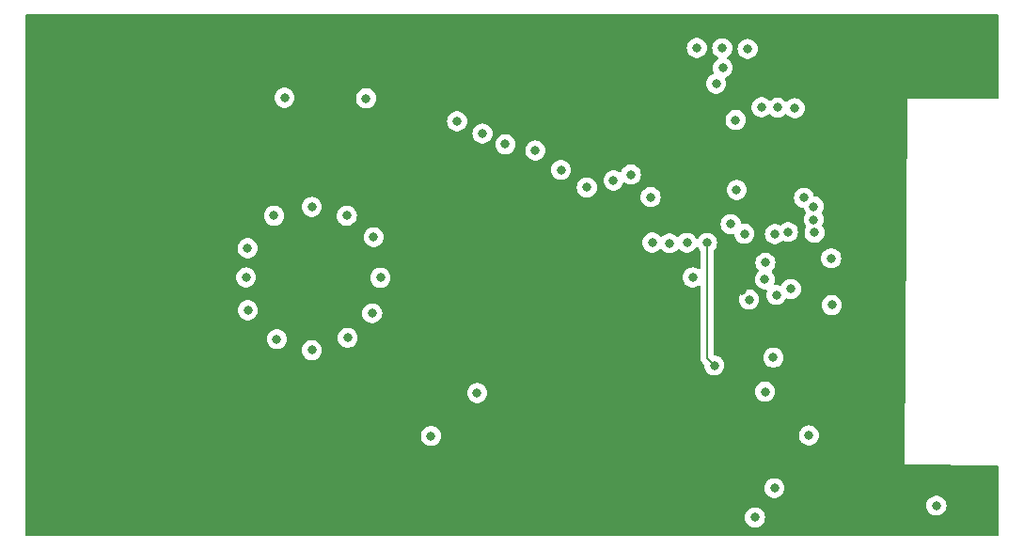
<source format=gbr>
%TF.GenerationSoftware,KiCad,Pcbnew,7.0.6*%
%TF.CreationDate,2024-06-09T16:47:23+02:00*%
%TF.ProjectId,nRF52832_visitcard,6e524635-3238-4333-925f-766973697463,v0.1*%
%TF.SameCoordinates,Original*%
%TF.FileFunction,Copper,L2,Inr*%
%TF.FilePolarity,Positive*%
%FSLAX46Y46*%
G04 Gerber Fmt 4.6, Leading zero omitted, Abs format (unit mm)*
G04 Created by KiCad (PCBNEW 7.0.6) date 2024-06-09 16:47:23*
%MOMM*%
%LPD*%
G01*
G04 APERTURE LIST*
%TA.AperFunction,ViaPad*%
%ADD10C,0.800000*%
%TD*%
%TA.AperFunction,Conductor*%
%ADD11C,0.200000*%
%TD*%
G04 APERTURE END LIST*
D10*
%TO.N,VDD*%
X165531800Y-90820800D03*
X183616600Y-125552200D03*
X165633400Y-97129600D03*
X168935400Y-112217200D03*
X162052000Y-84328000D03*
X172135800Y-119227600D03*
X166744278Y-106996194D03*
X170865800Y-89763600D03*
X138099800Y-119278400D03*
X154533600Y-96266000D03*
X142265400Y-115417600D03*
X174193200Y-107492800D03*
X168198800Y-115290600D03*
%TO.N,GND*%
X187960000Y-123190000D03*
X165887400Y-110109000D03*
X109220000Y-90170000D03*
X166116000Y-106218202D03*
X137160000Y-83820000D03*
X179832000Y-109220000D03*
X168910000Y-93980000D03*
X123190000Y-120650000D03*
X109220000Y-105410000D03*
X139700000Y-83820000D03*
X167640000Y-92710000D03*
X179832000Y-97790000D03*
X114300000Y-83820000D03*
X171450000Y-127000000D03*
X179832000Y-105410000D03*
X179832000Y-116840000D03*
X179832000Y-101600000D03*
X164820600Y-104495600D03*
X116840000Y-95250000D03*
X152400000Y-83820000D03*
X179832000Y-113030000D03*
X179832000Y-104140000D03*
X179832000Y-95250000D03*
X179832000Y-87630000D03*
X179832000Y-114300000D03*
X152400000Y-107950000D03*
X185420000Y-123190000D03*
X179832000Y-115570000D03*
X179832000Y-90170000D03*
X171475400Y-83693000D03*
X179832000Y-119380000D03*
X184150000Y-87630000D03*
X114300000Y-87630000D03*
X179832000Y-99060000D03*
X173990000Y-127000000D03*
X147320000Y-113030000D03*
X109220000Y-120650000D03*
X185928000Y-125476000D03*
X185420000Y-87630000D03*
X160020000Y-88900000D03*
X119380000Y-83820000D03*
X181356000Y-87630000D03*
X149860000Y-83820000D03*
X179832000Y-102870000D03*
X182880000Y-123190000D03*
X124460000Y-83820000D03*
X121920000Y-83820000D03*
X111760000Y-88900000D03*
X154940000Y-83820000D03*
X179832000Y-111760000D03*
X124460000Y-116840000D03*
X127000000Y-83820000D03*
X186690000Y-87630000D03*
X159766000Y-84328000D03*
X179832000Y-106680000D03*
X179832000Y-123190000D03*
X179832000Y-107950000D03*
X173990000Y-110490000D03*
X179832000Y-120650000D03*
X173990000Y-116840000D03*
X179705000Y-91897200D03*
X157480000Y-83820000D03*
X182880000Y-87630000D03*
X149860000Y-110490000D03*
X157480000Y-88900000D03*
X109220000Y-96520000D03*
X179832000Y-100330000D03*
X184150000Y-123190000D03*
X113030000Y-99060000D03*
X173990000Y-113030000D03*
X179832000Y-96520000D03*
X142240000Y-83820000D03*
X169468800Y-83515200D03*
X179832000Y-118110000D03*
X179832000Y-110490000D03*
X179832000Y-88900000D03*
X144780000Y-83820000D03*
X116840000Y-83820000D03*
X179832000Y-121920000D03*
X109220000Y-113030000D03*
X186690000Y-123190000D03*
X129540000Y-83820000D03*
X154940000Y-88900000D03*
X181356000Y-123190000D03*
X168910000Y-92710000D03*
X187960000Y-87630000D03*
X163779200Y-98653600D03*
X113030000Y-124460000D03*
X132080000Y-83820000D03*
X134620000Y-83820000D03*
X147320000Y-83820000D03*
%TO.N,/SETC*%
X168173400Y-105181400D03*
X161671000Y-105003600D03*
%TO.N,/PB*%
X168224200Y-103682800D03*
X157886400Y-97764600D03*
%TO.N,/SDA*%
X170512100Y-106045000D03*
X165100002Y-100203000D03*
%TO.N,/DRSSI1*%
X169066824Y-101097073D03*
X167284400Y-126619000D03*
%TO.N,/DRSSI2*%
X174142400Y-103276400D03*
X170256200Y-100914200D03*
%TO.N,/DRSSI3*%
X172643800Y-100965000D03*
X169037000Y-123977400D03*
%TO.N,/DRSSI4*%
X172567598Y-99796600D03*
X124917200Y-88823800D03*
%TO.N,/DRSSI5*%
X172564037Y-98608693D03*
X163779200Y-87553800D03*
%TO.N,/DRSSI6*%
X171699381Y-97830054D03*
X164388800Y-86131400D03*
%TO.N,/D10*%
X121462800Y-105003600D03*
X159588200Y-101930200D03*
%TO.N,/D11*%
X121589800Y-102362000D03*
X161163000Y-101879400D03*
%TO.N,/D9*%
X121615200Y-107950000D03*
X158038800Y-101854000D03*
%TO.N,/D12*%
X123977400Y-99441000D03*
X163626800Y-112928400D03*
X162966413Y-101879387D03*
%TO.N,/D8*%
X156108400Y-95732600D03*
X124231400Y-110566200D03*
%TO.N,/D1*%
X132257800Y-88874600D03*
X127381000Y-98653600D03*
%TO.N,/D7*%
X127381000Y-111556800D03*
X152146000Y-96901000D03*
%TO.N,/D2*%
X130529650Y-99438152D03*
X140462000Y-90932000D03*
%TO.N,/D6*%
X130606800Y-110439200D03*
X149809200Y-95326200D03*
%TO.N,/D3*%
X132943600Y-101371400D03*
X142748000Y-92049600D03*
%TO.N,/D5*%
X147497800Y-93573600D03*
X132816600Y-108229400D03*
%TO.N,/D4*%
X144805400Y-93014800D03*
X133553200Y-105029000D03*
%TO.N,/DRDY*%
X169214800Y-106578400D03*
X166319200Y-101066600D03*
%TO.N,/RX*%
X167868600Y-89662000D03*
X164338000Y-84353400D03*
%TO.N,/TX*%
X169316400Y-89712800D03*
X166624000Y-84429600D03*
%TD*%
D11*
%TO.N,/D12*%
X162966413Y-101879387D02*
X162966413Y-112268013D01*
X162966413Y-112268013D02*
X163626800Y-112928400D01*
%TD*%
%TA.AperFunction,Conductor*%
%TO.N,GND*%
G36*
X189173039Y-81299685D02*
G01*
X189218794Y-81352489D01*
X189230000Y-81404000D01*
X189230000Y-88776000D01*
X189210315Y-88843039D01*
X189157511Y-88888794D01*
X189106000Y-88900000D01*
X180975000Y-88900000D01*
X180771800Y-121843800D01*
X189107120Y-121918892D01*
X189173976Y-121939180D01*
X189219254Y-121992394D01*
X189230000Y-122042887D01*
X189230000Y-128146000D01*
X189210315Y-128213039D01*
X189157511Y-128258794D01*
X189106000Y-128270000D01*
X101724000Y-128270000D01*
X101656961Y-128250315D01*
X101611206Y-128197511D01*
X101600000Y-128146000D01*
X101600000Y-126619000D01*
X166378940Y-126619000D01*
X166398726Y-126807256D01*
X166398727Y-126807259D01*
X166457218Y-126987277D01*
X166457221Y-126987284D01*
X166551867Y-127151216D01*
X166678528Y-127291887D01*
X166678529Y-127291888D01*
X166831665Y-127403148D01*
X166831670Y-127403151D01*
X167004592Y-127480142D01*
X167004597Y-127480144D01*
X167189754Y-127519500D01*
X167189755Y-127519500D01*
X167379044Y-127519500D01*
X167379046Y-127519500D01*
X167564203Y-127480144D01*
X167737130Y-127403151D01*
X167890271Y-127291888D01*
X168016933Y-127151216D01*
X168111579Y-126987284D01*
X168170074Y-126807256D01*
X168189860Y-126619000D01*
X168170074Y-126430744D01*
X168111579Y-126250716D01*
X168016933Y-126086784D01*
X167890271Y-125946112D01*
X167890270Y-125946111D01*
X167737134Y-125834851D01*
X167737129Y-125834848D01*
X167564207Y-125757857D01*
X167564202Y-125757855D01*
X167418401Y-125726865D01*
X167379046Y-125718500D01*
X167189754Y-125718500D01*
X167157297Y-125725398D01*
X167004597Y-125757855D01*
X167004592Y-125757857D01*
X166831670Y-125834848D01*
X166831665Y-125834851D01*
X166678529Y-125946111D01*
X166551866Y-126086785D01*
X166457221Y-126250715D01*
X166457218Y-126250722D01*
X166398727Y-126430740D01*
X166398726Y-126430744D01*
X166378940Y-126619000D01*
X101600000Y-126619000D01*
X101600000Y-125552200D01*
X182711140Y-125552200D01*
X182730926Y-125740456D01*
X182730927Y-125740459D01*
X182789418Y-125920477D01*
X182789421Y-125920484D01*
X182884067Y-126084416D01*
X183010729Y-126225088D01*
X183163865Y-126336348D01*
X183163870Y-126336351D01*
X183336792Y-126413342D01*
X183336797Y-126413344D01*
X183521954Y-126452700D01*
X183521955Y-126452700D01*
X183711244Y-126452700D01*
X183711246Y-126452700D01*
X183896403Y-126413344D01*
X184069330Y-126336351D01*
X184222471Y-126225088D01*
X184349133Y-126084416D01*
X184443779Y-125920484D01*
X184502274Y-125740456D01*
X184522060Y-125552200D01*
X184502274Y-125363944D01*
X184443779Y-125183916D01*
X184349133Y-125019984D01*
X184222471Y-124879312D01*
X184220528Y-124877900D01*
X184069334Y-124768051D01*
X184069329Y-124768048D01*
X183896407Y-124691057D01*
X183896402Y-124691055D01*
X183750600Y-124660065D01*
X183711246Y-124651700D01*
X183521954Y-124651700D01*
X183489497Y-124658598D01*
X183336797Y-124691055D01*
X183336792Y-124691057D01*
X183163870Y-124768048D01*
X183163865Y-124768051D01*
X183010729Y-124879311D01*
X182884066Y-125019985D01*
X182789421Y-125183915D01*
X182789418Y-125183922D01*
X182730927Y-125363940D01*
X182730926Y-125363944D01*
X182711140Y-125552200D01*
X101600000Y-125552200D01*
X101600000Y-123977400D01*
X168131540Y-123977400D01*
X168151326Y-124165656D01*
X168151327Y-124165659D01*
X168209818Y-124345677D01*
X168209821Y-124345684D01*
X168304467Y-124509616D01*
X168431129Y-124650287D01*
X168431129Y-124650288D01*
X168584265Y-124761548D01*
X168584270Y-124761551D01*
X168757192Y-124838542D01*
X168757197Y-124838544D01*
X168942354Y-124877900D01*
X168942355Y-124877900D01*
X169131644Y-124877900D01*
X169131646Y-124877900D01*
X169316803Y-124838544D01*
X169489730Y-124761551D01*
X169642871Y-124650288D01*
X169769533Y-124509616D01*
X169864179Y-124345684D01*
X169922674Y-124165656D01*
X169942460Y-123977400D01*
X169922674Y-123789144D01*
X169864179Y-123609116D01*
X169769533Y-123445184D01*
X169642871Y-123304512D01*
X169642870Y-123304511D01*
X169489734Y-123193251D01*
X169489729Y-123193248D01*
X169316807Y-123116257D01*
X169316802Y-123116255D01*
X169171000Y-123085265D01*
X169131646Y-123076900D01*
X168942354Y-123076900D01*
X168909897Y-123083798D01*
X168757197Y-123116255D01*
X168757192Y-123116257D01*
X168584270Y-123193248D01*
X168584265Y-123193251D01*
X168431129Y-123304511D01*
X168304466Y-123445185D01*
X168209821Y-123609115D01*
X168209818Y-123609122D01*
X168151327Y-123789140D01*
X168151326Y-123789144D01*
X168131540Y-123977400D01*
X101600000Y-123977400D01*
X101600000Y-119278400D01*
X137194340Y-119278400D01*
X137214126Y-119466656D01*
X137214127Y-119466659D01*
X137272618Y-119646677D01*
X137272621Y-119646684D01*
X137367267Y-119810616D01*
X137493929Y-119951287D01*
X137493929Y-119951288D01*
X137647065Y-120062548D01*
X137647070Y-120062551D01*
X137819992Y-120139542D01*
X137819997Y-120139544D01*
X138005154Y-120178900D01*
X138005155Y-120178900D01*
X138194444Y-120178900D01*
X138194446Y-120178900D01*
X138379603Y-120139544D01*
X138552530Y-120062551D01*
X138705671Y-119951288D01*
X138832333Y-119810616D01*
X138926979Y-119646684D01*
X138985474Y-119466656D01*
X139005260Y-119278400D01*
X138999921Y-119227600D01*
X171230340Y-119227600D01*
X171250126Y-119415856D01*
X171250127Y-119415859D01*
X171308618Y-119595877D01*
X171308621Y-119595884D01*
X171403267Y-119759816D01*
X171449006Y-119810614D01*
X171529929Y-119900488D01*
X171683065Y-120011748D01*
X171683070Y-120011751D01*
X171855992Y-120088742D01*
X171855997Y-120088744D01*
X172041154Y-120128100D01*
X172041155Y-120128100D01*
X172230444Y-120128100D01*
X172230446Y-120128100D01*
X172415603Y-120088744D01*
X172588530Y-120011751D01*
X172741671Y-119900488D01*
X172868333Y-119759816D01*
X172962979Y-119595884D01*
X173021474Y-119415856D01*
X173041260Y-119227600D01*
X173021474Y-119039344D01*
X172962979Y-118859316D01*
X172868333Y-118695384D01*
X172741671Y-118554712D01*
X172741670Y-118554711D01*
X172588534Y-118443451D01*
X172588529Y-118443448D01*
X172415607Y-118366457D01*
X172415602Y-118366455D01*
X172269801Y-118335465D01*
X172230446Y-118327100D01*
X172041154Y-118327100D01*
X172008697Y-118333998D01*
X171855997Y-118366455D01*
X171855992Y-118366457D01*
X171683070Y-118443448D01*
X171683065Y-118443451D01*
X171529929Y-118554711D01*
X171403266Y-118695385D01*
X171308621Y-118859315D01*
X171308618Y-118859322D01*
X171250127Y-119039340D01*
X171250126Y-119039344D01*
X171230340Y-119227600D01*
X138999921Y-119227600D01*
X138985474Y-119090144D01*
X138926979Y-118910116D01*
X138832333Y-118746184D01*
X138705671Y-118605512D01*
X138635751Y-118554712D01*
X138552534Y-118494251D01*
X138552529Y-118494248D01*
X138379607Y-118417257D01*
X138379602Y-118417255D01*
X138233800Y-118386265D01*
X138194446Y-118377900D01*
X138005154Y-118377900D01*
X137972697Y-118384798D01*
X137819997Y-118417255D01*
X137819992Y-118417257D01*
X137647070Y-118494248D01*
X137647065Y-118494251D01*
X137493929Y-118605511D01*
X137367266Y-118746185D01*
X137272621Y-118910115D01*
X137272618Y-118910122D01*
X137230633Y-119039340D01*
X137214126Y-119090144D01*
X137194340Y-119278400D01*
X101600000Y-119278400D01*
X101600000Y-115417600D01*
X141359940Y-115417600D01*
X141379726Y-115605856D01*
X141379727Y-115605859D01*
X141438218Y-115785877D01*
X141438221Y-115785884D01*
X141532867Y-115949816D01*
X141645357Y-116074748D01*
X141659529Y-116090488D01*
X141812665Y-116201748D01*
X141812670Y-116201751D01*
X141985592Y-116278742D01*
X141985597Y-116278744D01*
X142170754Y-116318100D01*
X142170755Y-116318100D01*
X142360044Y-116318100D01*
X142360046Y-116318100D01*
X142545203Y-116278744D01*
X142718130Y-116201751D01*
X142871271Y-116090488D01*
X142997933Y-115949816D01*
X143092579Y-115785884D01*
X143151074Y-115605856D01*
X143170860Y-115417600D01*
X143157512Y-115290600D01*
X167293340Y-115290600D01*
X167313126Y-115478856D01*
X167313127Y-115478859D01*
X167371618Y-115658877D01*
X167371621Y-115658884D01*
X167466267Y-115822816D01*
X167580617Y-115949814D01*
X167592929Y-115963488D01*
X167746065Y-116074748D01*
X167746070Y-116074751D01*
X167918992Y-116151742D01*
X167918997Y-116151744D01*
X168104154Y-116191100D01*
X168104155Y-116191100D01*
X168293444Y-116191100D01*
X168293446Y-116191100D01*
X168478603Y-116151744D01*
X168651530Y-116074751D01*
X168804671Y-115963488D01*
X168931333Y-115822816D01*
X169025979Y-115658884D01*
X169084474Y-115478856D01*
X169104260Y-115290600D01*
X169084474Y-115102344D01*
X169025979Y-114922316D01*
X168931333Y-114758384D01*
X168804671Y-114617712D01*
X168804670Y-114617711D01*
X168651534Y-114506451D01*
X168651529Y-114506448D01*
X168478607Y-114429457D01*
X168478602Y-114429455D01*
X168332800Y-114398465D01*
X168293446Y-114390100D01*
X168104154Y-114390100D01*
X168071697Y-114396998D01*
X167918997Y-114429455D01*
X167918992Y-114429457D01*
X167746070Y-114506448D01*
X167746065Y-114506451D01*
X167592929Y-114617711D01*
X167466266Y-114758385D01*
X167371621Y-114922315D01*
X167371618Y-114922322D01*
X167313127Y-115102340D01*
X167313126Y-115102344D01*
X167293340Y-115290600D01*
X143157512Y-115290600D01*
X143151074Y-115229344D01*
X143092579Y-115049316D01*
X142997933Y-114885384D01*
X142871271Y-114744712D01*
X142871270Y-114744711D01*
X142718134Y-114633451D01*
X142718129Y-114633448D01*
X142545207Y-114556457D01*
X142545202Y-114556455D01*
X142399401Y-114525465D01*
X142360046Y-114517100D01*
X142170754Y-114517100D01*
X142138297Y-114523998D01*
X141985597Y-114556455D01*
X141985592Y-114556457D01*
X141812670Y-114633448D01*
X141812665Y-114633451D01*
X141659529Y-114744711D01*
X141532866Y-114885385D01*
X141438221Y-115049315D01*
X141438218Y-115049322D01*
X141379727Y-115229340D01*
X141379726Y-115229344D01*
X141359940Y-115417600D01*
X101600000Y-115417600D01*
X101600000Y-111556800D01*
X126475540Y-111556800D01*
X126495326Y-111745056D01*
X126495327Y-111745059D01*
X126553818Y-111925077D01*
X126553821Y-111925084D01*
X126648467Y-112089016D01*
X126698201Y-112144251D01*
X126775129Y-112229688D01*
X126928265Y-112340948D01*
X126928270Y-112340951D01*
X127101192Y-112417942D01*
X127101197Y-112417944D01*
X127286354Y-112457300D01*
X127286355Y-112457300D01*
X127475644Y-112457300D01*
X127475646Y-112457300D01*
X127660803Y-112417944D01*
X127833730Y-112340951D01*
X127986871Y-112229688D01*
X128113533Y-112089016D01*
X128208179Y-111925084D01*
X128266674Y-111745056D01*
X128286460Y-111556800D01*
X128266674Y-111368544D01*
X128208179Y-111188516D01*
X128113533Y-111024584D01*
X127986871Y-110883912D01*
X127986870Y-110883911D01*
X127833734Y-110772651D01*
X127833729Y-110772648D01*
X127660807Y-110695657D01*
X127660802Y-110695655D01*
X127515000Y-110664665D01*
X127475646Y-110656300D01*
X127286354Y-110656300D01*
X127253897Y-110663198D01*
X127101197Y-110695655D01*
X127101192Y-110695657D01*
X126928270Y-110772648D01*
X126928265Y-110772651D01*
X126775129Y-110883911D01*
X126648466Y-111024585D01*
X126553821Y-111188515D01*
X126553818Y-111188522D01*
X126499383Y-111356057D01*
X126495326Y-111368544D01*
X126475540Y-111556800D01*
X101600000Y-111556800D01*
X101600000Y-110566200D01*
X123325940Y-110566200D01*
X123345726Y-110754456D01*
X123345727Y-110754459D01*
X123404218Y-110934477D01*
X123404221Y-110934484D01*
X123498867Y-111098416D01*
X123579993Y-111188515D01*
X123625529Y-111239088D01*
X123778665Y-111350348D01*
X123778670Y-111350351D01*
X123951592Y-111427342D01*
X123951597Y-111427344D01*
X124136754Y-111466700D01*
X124136755Y-111466700D01*
X124326044Y-111466700D01*
X124326046Y-111466700D01*
X124511203Y-111427344D01*
X124684130Y-111350351D01*
X124837271Y-111239088D01*
X124963933Y-111098416D01*
X125058579Y-110934484D01*
X125117074Y-110754456D01*
X125136860Y-110566200D01*
X125123512Y-110439200D01*
X129701340Y-110439200D01*
X129721126Y-110627456D01*
X129721127Y-110627459D01*
X129779618Y-110807477D01*
X129779621Y-110807484D01*
X129874267Y-110971416D01*
X129922140Y-111024584D01*
X130000929Y-111112088D01*
X130154065Y-111223348D01*
X130154070Y-111223351D01*
X130326992Y-111300342D01*
X130326997Y-111300344D01*
X130512154Y-111339700D01*
X130512155Y-111339700D01*
X130701444Y-111339700D01*
X130701446Y-111339700D01*
X130886603Y-111300344D01*
X131059530Y-111223351D01*
X131212671Y-111112088D01*
X131339333Y-110971416D01*
X131433979Y-110807484D01*
X131492474Y-110627456D01*
X131512260Y-110439200D01*
X131492474Y-110250944D01*
X131433979Y-110070916D01*
X131339333Y-109906984D01*
X131212671Y-109766312D01*
X131212670Y-109766311D01*
X131059534Y-109655051D01*
X131059529Y-109655048D01*
X130886607Y-109578057D01*
X130886602Y-109578055D01*
X130740801Y-109547065D01*
X130701446Y-109538700D01*
X130512154Y-109538700D01*
X130479697Y-109545598D01*
X130326997Y-109578055D01*
X130326992Y-109578057D01*
X130154070Y-109655048D01*
X130154065Y-109655051D01*
X130000929Y-109766311D01*
X129874266Y-109906985D01*
X129779621Y-110070915D01*
X129779618Y-110070922D01*
X129721127Y-110250940D01*
X129721126Y-110250944D01*
X129701340Y-110439200D01*
X125123512Y-110439200D01*
X125117074Y-110377944D01*
X125058579Y-110197916D01*
X124963933Y-110033984D01*
X124837271Y-109893312D01*
X124837270Y-109893311D01*
X124684134Y-109782051D01*
X124684129Y-109782048D01*
X124511207Y-109705057D01*
X124511202Y-109705055D01*
X124365401Y-109674065D01*
X124326046Y-109665700D01*
X124136754Y-109665700D01*
X124104297Y-109672598D01*
X123951597Y-109705055D01*
X123951592Y-109705057D01*
X123778670Y-109782048D01*
X123778665Y-109782051D01*
X123625529Y-109893311D01*
X123498866Y-110033985D01*
X123404221Y-110197915D01*
X123404218Y-110197922D01*
X123345727Y-110377940D01*
X123345726Y-110377944D01*
X123325940Y-110566200D01*
X101600000Y-110566200D01*
X101600000Y-107950000D01*
X120709740Y-107950000D01*
X120729526Y-108138256D01*
X120729527Y-108138259D01*
X120788018Y-108318277D01*
X120788021Y-108318284D01*
X120882667Y-108482216D01*
X120986629Y-108597677D01*
X121009329Y-108622888D01*
X121162465Y-108734148D01*
X121162470Y-108734151D01*
X121335392Y-108811142D01*
X121335397Y-108811144D01*
X121520554Y-108850500D01*
X121520555Y-108850500D01*
X121709844Y-108850500D01*
X121709846Y-108850500D01*
X121895003Y-108811144D01*
X122067930Y-108734151D01*
X122221071Y-108622888D01*
X122347733Y-108482216D01*
X122442379Y-108318284D01*
X122471259Y-108229400D01*
X131911140Y-108229400D01*
X131930926Y-108417656D01*
X131930927Y-108417659D01*
X131989418Y-108597677D01*
X131989421Y-108597684D01*
X132084067Y-108761616D01*
X132164099Y-108850500D01*
X132210729Y-108902288D01*
X132363865Y-109013548D01*
X132363870Y-109013551D01*
X132536792Y-109090542D01*
X132536797Y-109090544D01*
X132721954Y-109129900D01*
X132721955Y-109129900D01*
X132911244Y-109129900D01*
X132911246Y-109129900D01*
X133096403Y-109090544D01*
X133269330Y-109013551D01*
X133422471Y-108902288D01*
X133549133Y-108761616D01*
X133643779Y-108597684D01*
X133702274Y-108417656D01*
X133722060Y-108229400D01*
X133702274Y-108041144D01*
X133643779Y-107861116D01*
X133549133Y-107697184D01*
X133422471Y-107556512D01*
X133383792Y-107528410D01*
X133269334Y-107445251D01*
X133269329Y-107445248D01*
X133096407Y-107368257D01*
X133096402Y-107368255D01*
X132950601Y-107337265D01*
X132911246Y-107328900D01*
X132721954Y-107328900D01*
X132689497Y-107335798D01*
X132536797Y-107368255D01*
X132536792Y-107368257D01*
X132363870Y-107445248D01*
X132363865Y-107445251D01*
X132210729Y-107556511D01*
X132084066Y-107697185D01*
X131989421Y-107861115D01*
X131989418Y-107861122D01*
X131936167Y-108025014D01*
X131930926Y-108041144D01*
X131911140Y-108229400D01*
X122471259Y-108229400D01*
X122500874Y-108138256D01*
X122520660Y-107950000D01*
X122500874Y-107761744D01*
X122442379Y-107581716D01*
X122347733Y-107417784D01*
X122221071Y-107277112D01*
X122221070Y-107277111D01*
X122067934Y-107165851D01*
X122067929Y-107165848D01*
X121895007Y-107088857D01*
X121895002Y-107088855D01*
X121749201Y-107057865D01*
X121709846Y-107049500D01*
X121520554Y-107049500D01*
X121488097Y-107056398D01*
X121335397Y-107088855D01*
X121335392Y-107088857D01*
X121162470Y-107165848D01*
X121162465Y-107165851D01*
X121009329Y-107277111D01*
X120882666Y-107417785D01*
X120788021Y-107581715D01*
X120788018Y-107581722D01*
X120729527Y-107761740D01*
X120729526Y-107761744D01*
X120709740Y-107950000D01*
X101600000Y-107950000D01*
X101600000Y-105003600D01*
X120557340Y-105003600D01*
X120577126Y-105191856D01*
X120577127Y-105191859D01*
X120635618Y-105371877D01*
X120635621Y-105371884D01*
X120730267Y-105535816D01*
X120767887Y-105577597D01*
X120856929Y-105676488D01*
X121010065Y-105787748D01*
X121010070Y-105787751D01*
X121182992Y-105864742D01*
X121182997Y-105864744D01*
X121368154Y-105904100D01*
X121368155Y-105904100D01*
X121557444Y-105904100D01*
X121557446Y-105904100D01*
X121742603Y-105864744D01*
X121915530Y-105787751D01*
X122068671Y-105676488D01*
X122195333Y-105535816D01*
X122289979Y-105371884D01*
X122348474Y-105191856D01*
X122365590Y-105029000D01*
X132647740Y-105029000D01*
X132667526Y-105217256D01*
X132667527Y-105217259D01*
X132726018Y-105397277D01*
X132726021Y-105397284D01*
X132820667Y-105561216D01*
X132925730Y-105677900D01*
X132947329Y-105701888D01*
X133100465Y-105813148D01*
X133100470Y-105813151D01*
X133273392Y-105890142D01*
X133273397Y-105890144D01*
X133458554Y-105929500D01*
X133458555Y-105929500D01*
X133647844Y-105929500D01*
X133647846Y-105929500D01*
X133833003Y-105890144D01*
X134005930Y-105813151D01*
X134159071Y-105701888D01*
X134285733Y-105561216D01*
X134380379Y-105397284D01*
X134438874Y-105217256D01*
X134458660Y-105029000D01*
X134438874Y-104840744D01*
X134380379Y-104660716D01*
X134285733Y-104496784D01*
X134159071Y-104356112D01*
X134159070Y-104356111D01*
X134005934Y-104244851D01*
X134005929Y-104244848D01*
X133833007Y-104167857D01*
X133833002Y-104167855D01*
X133687201Y-104136865D01*
X133647846Y-104128500D01*
X133458554Y-104128500D01*
X133426097Y-104135398D01*
X133273397Y-104167855D01*
X133273392Y-104167857D01*
X133100470Y-104244848D01*
X133100465Y-104244851D01*
X132947329Y-104356111D01*
X132820666Y-104496785D01*
X132726021Y-104660715D01*
X132726018Y-104660722D01*
X132676503Y-104813115D01*
X132667526Y-104840744D01*
X132647740Y-105029000D01*
X122365590Y-105029000D01*
X122368260Y-105003600D01*
X122348474Y-104815344D01*
X122289979Y-104635316D01*
X122195333Y-104471384D01*
X122068671Y-104330712D01*
X121991686Y-104274779D01*
X121915534Y-104219451D01*
X121915529Y-104219448D01*
X121742607Y-104142457D01*
X121742602Y-104142455D01*
X121596800Y-104111465D01*
X121557446Y-104103100D01*
X121368154Y-104103100D01*
X121335697Y-104109998D01*
X121182997Y-104142455D01*
X121182992Y-104142457D01*
X121010070Y-104219448D01*
X121010065Y-104219451D01*
X120856929Y-104330711D01*
X120730266Y-104471385D01*
X120635621Y-104635315D01*
X120635618Y-104635322D01*
X120577850Y-104813115D01*
X120577126Y-104815344D01*
X120557340Y-105003600D01*
X101600000Y-105003600D01*
X101600000Y-102362000D01*
X120684340Y-102362000D01*
X120704126Y-102550256D01*
X120704127Y-102550259D01*
X120762618Y-102730277D01*
X120762621Y-102730284D01*
X120857267Y-102894216D01*
X120983928Y-103034888D01*
X120983929Y-103034888D01*
X121137065Y-103146148D01*
X121137070Y-103146151D01*
X121309992Y-103223142D01*
X121309997Y-103223144D01*
X121495154Y-103262500D01*
X121495155Y-103262500D01*
X121684444Y-103262500D01*
X121684446Y-103262500D01*
X121869603Y-103223144D01*
X122042530Y-103146151D01*
X122195671Y-103034888D01*
X122322333Y-102894216D01*
X122416979Y-102730284D01*
X122475474Y-102550256D01*
X122495260Y-102362000D01*
X122475474Y-102173744D01*
X122416979Y-101993716D01*
X122322333Y-101829784D01*
X122195671Y-101689112D01*
X122195670Y-101689111D01*
X122042534Y-101577851D01*
X122042529Y-101577848D01*
X121869607Y-101500857D01*
X121869602Y-101500855D01*
X121723801Y-101469865D01*
X121684446Y-101461500D01*
X121495154Y-101461500D01*
X121466380Y-101467616D01*
X121309997Y-101500855D01*
X121309992Y-101500857D01*
X121137070Y-101577848D01*
X121137065Y-101577851D01*
X120983929Y-101689111D01*
X120857266Y-101829785D01*
X120762621Y-101993715D01*
X120762618Y-101993722D01*
X120738596Y-102067656D01*
X120704126Y-102173744D01*
X120684340Y-102362000D01*
X101600000Y-102362000D01*
X101600000Y-101371400D01*
X132038140Y-101371400D01*
X132057926Y-101559656D01*
X132057927Y-101559659D01*
X132116418Y-101739677D01*
X132116421Y-101739684D01*
X132211067Y-101903616D01*
X132292193Y-101993715D01*
X132337729Y-102044288D01*
X132490865Y-102155548D01*
X132490870Y-102155551D01*
X132663792Y-102232542D01*
X132663797Y-102232544D01*
X132848954Y-102271900D01*
X132848955Y-102271900D01*
X133038244Y-102271900D01*
X133038246Y-102271900D01*
X133223403Y-102232544D01*
X133396330Y-102155551D01*
X133549471Y-102044288D01*
X133676133Y-101903616D01*
X133704779Y-101854000D01*
X157133340Y-101854000D01*
X157153126Y-102042256D01*
X157153127Y-102042259D01*
X157211618Y-102222277D01*
X157211621Y-102222284D01*
X157306267Y-102386216D01*
X157357557Y-102443179D01*
X157432929Y-102526888D01*
X157586065Y-102638148D01*
X157586070Y-102638151D01*
X157758992Y-102715142D01*
X157758997Y-102715144D01*
X157944154Y-102754500D01*
X157944155Y-102754500D01*
X158133444Y-102754500D01*
X158133446Y-102754500D01*
X158318603Y-102715144D01*
X158491530Y-102638151D01*
X158644671Y-102526888D01*
X158687045Y-102479826D01*
X158746530Y-102443179D01*
X158816387Y-102444508D01*
X158871344Y-102479827D01*
X158982329Y-102603088D01*
X159135465Y-102714348D01*
X159135470Y-102714351D01*
X159308392Y-102791342D01*
X159308397Y-102791344D01*
X159493554Y-102830700D01*
X159493555Y-102830700D01*
X159682844Y-102830700D01*
X159682846Y-102830700D01*
X159868003Y-102791344D01*
X160040930Y-102714351D01*
X160194071Y-102603088D01*
X160306322Y-102478420D01*
X160365806Y-102441773D01*
X160435663Y-102443103D01*
X160490618Y-102478421D01*
X160530638Y-102522867D01*
X160557129Y-102552288D01*
X160710265Y-102663548D01*
X160710270Y-102663551D01*
X160883192Y-102740542D01*
X160883197Y-102740544D01*
X161068354Y-102779900D01*
X161068355Y-102779900D01*
X161257644Y-102779900D01*
X161257646Y-102779900D01*
X161442803Y-102740544D01*
X161615730Y-102663551D01*
X161768871Y-102552288D01*
X161895533Y-102411616D01*
X161957324Y-102304589D01*
X162007889Y-102256376D01*
X162076496Y-102243152D01*
X162141361Y-102269120D01*
X162172097Y-102304592D01*
X162233876Y-102411598D01*
X162233878Y-102411601D01*
X162334063Y-102522867D01*
X162364293Y-102585858D01*
X162365913Y-102605839D01*
X162365913Y-104152041D01*
X162346228Y-104219080D01*
X162293424Y-104264835D01*
X162224266Y-104274779D01*
X162169028Y-104252359D01*
X162123734Y-104219451D01*
X162123729Y-104219448D01*
X161950807Y-104142457D01*
X161950802Y-104142455D01*
X161805001Y-104111465D01*
X161765646Y-104103100D01*
X161576354Y-104103100D01*
X161543897Y-104109998D01*
X161391197Y-104142455D01*
X161391192Y-104142457D01*
X161218270Y-104219448D01*
X161218265Y-104219451D01*
X161065129Y-104330711D01*
X160938466Y-104471385D01*
X160843821Y-104635315D01*
X160843818Y-104635322D01*
X160786050Y-104813115D01*
X160785326Y-104815344D01*
X160765540Y-105003600D01*
X160785326Y-105191856D01*
X160785327Y-105191859D01*
X160843818Y-105371877D01*
X160843821Y-105371884D01*
X160938467Y-105535816D01*
X160976087Y-105577597D01*
X161065129Y-105676488D01*
X161218265Y-105787748D01*
X161218270Y-105787751D01*
X161391192Y-105864742D01*
X161391197Y-105864744D01*
X161576354Y-105904100D01*
X161576355Y-105904100D01*
X161765644Y-105904100D01*
X161765646Y-105904100D01*
X161950803Y-105864744D01*
X162123730Y-105787751D01*
X162169029Y-105754839D01*
X162234833Y-105731360D01*
X162302887Y-105747185D01*
X162351582Y-105797290D01*
X162365913Y-105855158D01*
X162365913Y-112224584D01*
X162365382Y-112232686D01*
X162360731Y-112268012D01*
X162360731Y-112268013D01*
X162365913Y-112307373D01*
X162381368Y-112424773D01*
X162381369Y-112424775D01*
X162437431Y-112560122D01*
X162441877Y-112570854D01*
X162538131Y-112696295D01*
X162566408Y-112717993D01*
X162572498Y-112723333D01*
X162685023Y-112835858D01*
X162718506Y-112897177D01*
X162721340Y-112923536D01*
X162721339Y-112928397D01*
X162729007Y-113001348D01*
X162741126Y-113116656D01*
X162741127Y-113116659D01*
X162799618Y-113296677D01*
X162799621Y-113296684D01*
X162894267Y-113460616D01*
X163020928Y-113601287D01*
X163020929Y-113601288D01*
X163174065Y-113712548D01*
X163174070Y-113712551D01*
X163346992Y-113789542D01*
X163346997Y-113789544D01*
X163532154Y-113828900D01*
X163532155Y-113828900D01*
X163721444Y-113828900D01*
X163721446Y-113828900D01*
X163906603Y-113789544D01*
X164079530Y-113712551D01*
X164232671Y-113601288D01*
X164359333Y-113460616D01*
X164453979Y-113296684D01*
X164512474Y-113116656D01*
X164532260Y-112928400D01*
X164512474Y-112740144D01*
X164453979Y-112560116D01*
X164359333Y-112396184D01*
X164232671Y-112255512D01*
X164201254Y-112232686D01*
X164179939Y-112217200D01*
X168029940Y-112217200D01*
X168049726Y-112405456D01*
X168049727Y-112405459D01*
X168108218Y-112585477D01*
X168108221Y-112585484D01*
X168202867Y-112749416D01*
X168329529Y-112890088D01*
X168482665Y-113001348D01*
X168482670Y-113001351D01*
X168655592Y-113078342D01*
X168655597Y-113078344D01*
X168840754Y-113117700D01*
X168840755Y-113117700D01*
X169030044Y-113117700D01*
X169030046Y-113117700D01*
X169215203Y-113078344D01*
X169388130Y-113001351D01*
X169541271Y-112890088D01*
X169667933Y-112749416D01*
X169762579Y-112585484D01*
X169821074Y-112405456D01*
X169840860Y-112217200D01*
X169821074Y-112028944D01*
X169762579Y-111848916D01*
X169667933Y-111684984D01*
X169541271Y-111544312D01*
X169541270Y-111544311D01*
X169388134Y-111433051D01*
X169388129Y-111433048D01*
X169215207Y-111356057D01*
X169215202Y-111356055D01*
X169069401Y-111325065D01*
X169030046Y-111316700D01*
X168840754Y-111316700D01*
X168808297Y-111323598D01*
X168655597Y-111356055D01*
X168655592Y-111356057D01*
X168482670Y-111433048D01*
X168482665Y-111433051D01*
X168329529Y-111544311D01*
X168202866Y-111684985D01*
X168108221Y-111848915D01*
X168108218Y-111848922D01*
X168050065Y-112027900D01*
X168049726Y-112028944D01*
X168029940Y-112217200D01*
X164179939Y-112217200D01*
X164079534Y-112144251D01*
X164079529Y-112144248D01*
X163906607Y-112067257D01*
X163906602Y-112067255D01*
X163760800Y-112036265D01*
X163721446Y-112027900D01*
X163721445Y-112027900D01*
X163690913Y-112027900D01*
X163623874Y-112008215D01*
X163578119Y-111955411D01*
X163566913Y-111903900D01*
X163566913Y-106996194D01*
X165838818Y-106996194D01*
X165858604Y-107184450D01*
X165858605Y-107184453D01*
X165917096Y-107364471D01*
X165917099Y-107364478D01*
X166011745Y-107528410D01*
X166138407Y-107669081D01*
X166138407Y-107669082D01*
X166291543Y-107780342D01*
X166291548Y-107780345D01*
X166464470Y-107857336D01*
X166464475Y-107857338D01*
X166649632Y-107896694D01*
X166649633Y-107896694D01*
X166838922Y-107896694D01*
X166838924Y-107896694D01*
X167024081Y-107857338D01*
X167197008Y-107780345D01*
X167350149Y-107669082D01*
X167476811Y-107528410D01*
X167497370Y-107492800D01*
X173287740Y-107492800D01*
X173307526Y-107681056D01*
X173307527Y-107681059D01*
X173366018Y-107861077D01*
X173366021Y-107861084D01*
X173460667Y-108025016D01*
X173475189Y-108041144D01*
X173587329Y-108165688D01*
X173740465Y-108276948D01*
X173740470Y-108276951D01*
X173913392Y-108353942D01*
X173913397Y-108353944D01*
X174098554Y-108393300D01*
X174098555Y-108393300D01*
X174287844Y-108393300D01*
X174287846Y-108393300D01*
X174473003Y-108353944D01*
X174645930Y-108276951D01*
X174799071Y-108165688D01*
X174925733Y-108025016D01*
X175020379Y-107861084D01*
X175078874Y-107681056D01*
X175098660Y-107492800D01*
X175078874Y-107304544D01*
X175020379Y-107124516D01*
X174925733Y-106960584D01*
X174799071Y-106819912D01*
X174799070Y-106819911D01*
X174645934Y-106708651D01*
X174645929Y-106708648D01*
X174473007Y-106631657D01*
X174473002Y-106631655D01*
X174327201Y-106600665D01*
X174287846Y-106592300D01*
X174098554Y-106592300D01*
X174066097Y-106599198D01*
X173913397Y-106631655D01*
X173913392Y-106631657D01*
X173740470Y-106708648D01*
X173740465Y-106708651D01*
X173587329Y-106819911D01*
X173460666Y-106960585D01*
X173366021Y-107124515D01*
X173366018Y-107124522D01*
X173316439Y-107277112D01*
X173307526Y-107304544D01*
X173287740Y-107492800D01*
X167497370Y-107492800D01*
X167571457Y-107364478D01*
X167629952Y-107184450D01*
X167649738Y-106996194D01*
X167629952Y-106807938D01*
X167575390Y-106640017D01*
X167571459Y-106627916D01*
X167571458Y-106627915D01*
X167571457Y-106627910D01*
X167476811Y-106463978D01*
X167350149Y-106323306D01*
X167350148Y-106323305D01*
X167197012Y-106212045D01*
X167197007Y-106212042D01*
X167024085Y-106135051D01*
X167024080Y-106135049D01*
X166866639Y-106101585D01*
X166838924Y-106095694D01*
X166649632Y-106095694D01*
X166621917Y-106101585D01*
X166464475Y-106135049D01*
X166464470Y-106135051D01*
X166291548Y-106212042D01*
X166291543Y-106212045D01*
X166138407Y-106323305D01*
X166011744Y-106463979D01*
X165917099Y-106627909D01*
X165917096Y-106627916D01*
X165890864Y-106708651D01*
X165858604Y-106807938D01*
X165838818Y-106996194D01*
X163566913Y-106996194D01*
X163566913Y-105181400D01*
X167267940Y-105181400D01*
X167287726Y-105369656D01*
X167287727Y-105369659D01*
X167346218Y-105549677D01*
X167346221Y-105549684D01*
X167440867Y-105713616D01*
X167530489Y-105813151D01*
X167567529Y-105854288D01*
X167720665Y-105965548D01*
X167720670Y-105965551D01*
X167893592Y-106042542D01*
X167893597Y-106042544D01*
X168078754Y-106081900D01*
X168078755Y-106081900D01*
X168258609Y-106081900D01*
X168325648Y-106101585D01*
X168371403Y-106154389D01*
X168381347Y-106223547D01*
X168376540Y-106244218D01*
X168350843Y-106323305D01*
X168329126Y-106390144D01*
X168309340Y-106578400D01*
X168329126Y-106766656D01*
X168329127Y-106766659D01*
X168387618Y-106946677D01*
X168387621Y-106946684D01*
X168482267Y-107110616D01*
X168608929Y-107251287D01*
X168608929Y-107251288D01*
X168762065Y-107362548D01*
X168762070Y-107362551D01*
X168934992Y-107439542D01*
X168934997Y-107439544D01*
X169120154Y-107478900D01*
X169120155Y-107478900D01*
X169309444Y-107478900D01*
X169309446Y-107478900D01*
X169494603Y-107439544D01*
X169667530Y-107362551D01*
X169820671Y-107251288D01*
X169947333Y-107110616D01*
X170041979Y-106946684D01*
X170041979Y-106946682D01*
X170043691Y-106943718D01*
X170094257Y-106895503D01*
X170162864Y-106882279D01*
X170201514Y-106892439D01*
X170232292Y-106906142D01*
X170232297Y-106906144D01*
X170417454Y-106945500D01*
X170417455Y-106945500D01*
X170606744Y-106945500D01*
X170606746Y-106945500D01*
X170791903Y-106906144D01*
X170964830Y-106829151D01*
X171117971Y-106717888D01*
X171244633Y-106577216D01*
X171339279Y-106413284D01*
X171397774Y-106233256D01*
X171417560Y-106045000D01*
X171397774Y-105856744D01*
X171339279Y-105676716D01*
X171244633Y-105512784D01*
X171117971Y-105372112D01*
X171117970Y-105372111D01*
X170964834Y-105260851D01*
X170964829Y-105260848D01*
X170791907Y-105183857D01*
X170791902Y-105183855D01*
X170646101Y-105152865D01*
X170606746Y-105144500D01*
X170417454Y-105144500D01*
X170384997Y-105151398D01*
X170232297Y-105183855D01*
X170232292Y-105183857D01*
X170059370Y-105260848D01*
X170059365Y-105260851D01*
X169906229Y-105372111D01*
X169779565Y-105512785D01*
X169683208Y-105679682D01*
X169632641Y-105727898D01*
X169564034Y-105741121D01*
X169525385Y-105730961D01*
X169515362Y-105726498D01*
X169494602Y-105717255D01*
X169348800Y-105686265D01*
X169309446Y-105677900D01*
X169129591Y-105677900D01*
X169062552Y-105658215D01*
X169016797Y-105605411D01*
X169006853Y-105536253D01*
X169011660Y-105515582D01*
X169027633Y-105466419D01*
X169059074Y-105369656D01*
X169078860Y-105181400D01*
X169059074Y-104993144D01*
X169000579Y-104813116D01*
X168905933Y-104649184D01*
X168808324Y-104540779D01*
X168778095Y-104477789D01*
X168786720Y-104408454D01*
X168825404Y-104360218D01*
X168825241Y-104360037D01*
X168826354Y-104359034D01*
X168827596Y-104357485D01*
X168830071Y-104355688D01*
X168956733Y-104215016D01*
X169051379Y-104051084D01*
X169109874Y-103871056D01*
X169129660Y-103682800D01*
X169109874Y-103494544D01*
X169051379Y-103314516D01*
X169029373Y-103276400D01*
X173236940Y-103276400D01*
X173256726Y-103464656D01*
X173256727Y-103464659D01*
X173315218Y-103644677D01*
X173315221Y-103644684D01*
X173409867Y-103808616D01*
X173536529Y-103949288D01*
X173689665Y-104060548D01*
X173689670Y-104060551D01*
X173862592Y-104137542D01*
X173862597Y-104137544D01*
X174047754Y-104176900D01*
X174047755Y-104176900D01*
X174237044Y-104176900D01*
X174237046Y-104176900D01*
X174422203Y-104137544D01*
X174595130Y-104060551D01*
X174748271Y-103949288D01*
X174874933Y-103808616D01*
X174969579Y-103644684D01*
X175028074Y-103464656D01*
X175047860Y-103276400D01*
X175028074Y-103088144D01*
X174969579Y-102908116D01*
X174874933Y-102744184D01*
X174748271Y-102603512D01*
X174748270Y-102603511D01*
X174595134Y-102492251D01*
X174595129Y-102492248D01*
X174422207Y-102415257D01*
X174422202Y-102415255D01*
X174276400Y-102384265D01*
X174237046Y-102375900D01*
X174047754Y-102375900D01*
X174015297Y-102382798D01*
X173862597Y-102415255D01*
X173862592Y-102415257D01*
X173689670Y-102492248D01*
X173689665Y-102492251D01*
X173536529Y-102603511D01*
X173409866Y-102744185D01*
X173315221Y-102908115D01*
X173315218Y-102908122D01*
X173282145Y-103009912D01*
X173256726Y-103088144D01*
X173236940Y-103276400D01*
X169029373Y-103276400D01*
X168956733Y-103150584D01*
X168830071Y-103009912D01*
X168830070Y-103009911D01*
X168676934Y-102898651D01*
X168676929Y-102898648D01*
X168504007Y-102821657D01*
X168504002Y-102821655D01*
X168358201Y-102790665D01*
X168318846Y-102782300D01*
X168129554Y-102782300D01*
X168097097Y-102789198D01*
X167944397Y-102821655D01*
X167944392Y-102821657D01*
X167771470Y-102898648D01*
X167771465Y-102898651D01*
X167618329Y-103009911D01*
X167491666Y-103150585D01*
X167397021Y-103314515D01*
X167397018Y-103314522D01*
X167348237Y-103464656D01*
X167338526Y-103494544D01*
X167318740Y-103682800D01*
X167338526Y-103871056D01*
X167338527Y-103871059D01*
X167397018Y-104051077D01*
X167397021Y-104051084D01*
X167491667Y-104215016D01*
X167545478Y-104274779D01*
X167589274Y-104323419D01*
X167619504Y-104386410D01*
X167610879Y-104455745D01*
X167572192Y-104503990D01*
X167572353Y-104504169D01*
X167571263Y-104505150D01*
X167570018Y-104506703D01*
X167567531Y-104508510D01*
X167567523Y-104508516D01*
X167440866Y-104649185D01*
X167346221Y-104813115D01*
X167346218Y-104813122D01*
X167287727Y-104993140D01*
X167287726Y-104993144D01*
X167267940Y-105181400D01*
X163566913Y-105181400D01*
X163566913Y-102605839D01*
X163586598Y-102538800D01*
X163598763Y-102522867D01*
X163698946Y-102411603D01*
X163793592Y-102247671D01*
X163852087Y-102067643D01*
X163871873Y-101879387D01*
X163852087Y-101691131D01*
X163793592Y-101511103D01*
X163698946Y-101347171D01*
X163572284Y-101206499D01*
X163555221Y-101194102D01*
X163419147Y-101095238D01*
X163419142Y-101095235D01*
X163246220Y-101018244D01*
X163246215Y-101018242D01*
X163099924Y-100987148D01*
X163061059Y-100978887D01*
X162871767Y-100978887D01*
X162839310Y-100985785D01*
X162686610Y-101018242D01*
X162686605Y-101018244D01*
X162513683Y-101095235D01*
X162513678Y-101095238D01*
X162360542Y-101206498D01*
X162233878Y-101347172D01*
X162172089Y-101454195D01*
X162121522Y-101502411D01*
X162052915Y-101515633D01*
X161988050Y-101489665D01*
X161957317Y-101454197D01*
X161895533Y-101347184D01*
X161768871Y-101206512D01*
X161768852Y-101206498D01*
X161615734Y-101095251D01*
X161615729Y-101095248D01*
X161442807Y-101018257D01*
X161442802Y-101018255D01*
X161296450Y-100987148D01*
X161257646Y-100978900D01*
X161068354Y-100978900D01*
X161035897Y-100985798D01*
X160883197Y-101018255D01*
X160883192Y-101018257D01*
X160710270Y-101095248D01*
X160710265Y-101095251D01*
X160557132Y-101206509D01*
X160557129Y-101206511D01*
X160557129Y-101206512D01*
X160444880Y-101331177D01*
X160444879Y-101331178D01*
X160385392Y-101367826D01*
X160315535Y-101366495D01*
X160260580Y-101331177D01*
X160194071Y-101257312D01*
X160124151Y-101206512D01*
X160040934Y-101146051D01*
X160040929Y-101146048D01*
X159868007Y-101069057D01*
X159868002Y-101069055D01*
X159722201Y-101038065D01*
X159682846Y-101029700D01*
X159493554Y-101029700D01*
X159461097Y-101036598D01*
X159308397Y-101069055D01*
X159308392Y-101069057D01*
X159135470Y-101146048D01*
X159135465Y-101146051D01*
X158982329Y-101257311D01*
X158982328Y-101257312D01*
X158939954Y-101304373D01*
X158880467Y-101341021D01*
X158810610Y-101339690D01*
X158755655Y-101304372D01*
X158711070Y-101254856D01*
X158644671Y-101181112D01*
X158644670Y-101181111D01*
X158491534Y-101069851D01*
X158491529Y-101069848D01*
X158318607Y-100992857D01*
X158318602Y-100992855D01*
X158172800Y-100961865D01*
X158133446Y-100953500D01*
X157944154Y-100953500D01*
X157911697Y-100960398D01*
X157758997Y-100992855D01*
X157758992Y-100992857D01*
X157586070Y-101069848D01*
X157586065Y-101069851D01*
X157432929Y-101181111D01*
X157306266Y-101321785D01*
X157211621Y-101485715D01*
X157211618Y-101485722D01*
X157164971Y-101629289D01*
X157153126Y-101665744D01*
X157133340Y-101854000D01*
X133704779Y-101854000D01*
X133770779Y-101739684D01*
X133829274Y-101559656D01*
X133849060Y-101371400D01*
X133829274Y-101183144D01*
X133770779Y-101003116D01*
X133676133Y-100839184D01*
X133549471Y-100698512D01*
X133549470Y-100698511D01*
X133396334Y-100587251D01*
X133396329Y-100587248D01*
X133223407Y-100510257D01*
X133223402Y-100510255D01*
X133077600Y-100479265D01*
X133038246Y-100470900D01*
X132848954Y-100470900D01*
X132816497Y-100477798D01*
X132663797Y-100510255D01*
X132663792Y-100510257D01*
X132490870Y-100587248D01*
X132490865Y-100587251D01*
X132337729Y-100698511D01*
X132211066Y-100839185D01*
X132116421Y-101003115D01*
X132116418Y-101003122D01*
X132058586Y-101181112D01*
X132057926Y-101183144D01*
X132055470Y-101206512D01*
X132038656Y-101366495D01*
X132038140Y-101371400D01*
X101600000Y-101371400D01*
X101600000Y-99441000D01*
X123071940Y-99441000D01*
X123091726Y-99629256D01*
X123091727Y-99629259D01*
X123150218Y-99809277D01*
X123150221Y-99809284D01*
X123244867Y-99973216D01*
X123336960Y-100075495D01*
X123371529Y-100113888D01*
X123524665Y-100225148D01*
X123524670Y-100225151D01*
X123697592Y-100302142D01*
X123697597Y-100302144D01*
X123882754Y-100341500D01*
X123882755Y-100341500D01*
X124072044Y-100341500D01*
X124072046Y-100341500D01*
X124257203Y-100302144D01*
X124430130Y-100225151D01*
X124583271Y-100113888D01*
X124709933Y-99973216D01*
X124804579Y-99809284D01*
X124863074Y-99629256D01*
X124882860Y-99441000D01*
X124863074Y-99252744D01*
X124804579Y-99072716D01*
X124709933Y-98908784D01*
X124583271Y-98768112D01*
X124531577Y-98730554D01*
X124430134Y-98656851D01*
X124430129Y-98656848D01*
X124422834Y-98653600D01*
X126475540Y-98653600D01*
X126495326Y-98841856D01*
X126495327Y-98841859D01*
X126553818Y-99021877D01*
X126553821Y-99021884D01*
X126648467Y-99185816D01*
X126722222Y-99267729D01*
X126775129Y-99326488D01*
X126928265Y-99437748D01*
X126928270Y-99437751D01*
X127101192Y-99514742D01*
X127101197Y-99514744D01*
X127286354Y-99554100D01*
X127286355Y-99554100D01*
X127475644Y-99554100D01*
X127475646Y-99554100D01*
X127660803Y-99514744D01*
X127832829Y-99438152D01*
X129624190Y-99438152D01*
X129643976Y-99626408D01*
X129643977Y-99626411D01*
X129702468Y-99806429D01*
X129702471Y-99806436D01*
X129797117Y-99970368D01*
X129871569Y-100053055D01*
X129923779Y-100111040D01*
X130076915Y-100222300D01*
X130076920Y-100222303D01*
X130249842Y-100299294D01*
X130249847Y-100299296D01*
X130435004Y-100338652D01*
X130435005Y-100338652D01*
X130624294Y-100338652D01*
X130624296Y-100338652D01*
X130809453Y-100299296D01*
X130982380Y-100222303D01*
X131008948Y-100203000D01*
X164194542Y-100203000D01*
X164214328Y-100391256D01*
X164214329Y-100391259D01*
X164272820Y-100571277D01*
X164272823Y-100571284D01*
X164367469Y-100735216D01*
X164494131Y-100875887D01*
X164494131Y-100875888D01*
X164647267Y-100987148D01*
X164647272Y-100987151D01*
X164820194Y-101064142D01*
X164820199Y-101064144D01*
X165005356Y-101103500D01*
X165005357Y-101103500D01*
X165194646Y-101103500D01*
X165194648Y-101103500D01*
X165278041Y-101085774D01*
X165347706Y-101091090D01*
X165403439Y-101133226D01*
X165427140Y-101194100D01*
X165433526Y-101254856D01*
X165433527Y-101254859D01*
X165492018Y-101434877D01*
X165492021Y-101434884D01*
X165586667Y-101598816D01*
X165676289Y-101698351D01*
X165713329Y-101739488D01*
X165866465Y-101850748D01*
X165866470Y-101850751D01*
X166039392Y-101927742D01*
X166039397Y-101927744D01*
X166224554Y-101967100D01*
X166224555Y-101967100D01*
X166413844Y-101967100D01*
X166413846Y-101967100D01*
X166599003Y-101927744D01*
X166771930Y-101850751D01*
X166925071Y-101739488D01*
X167051733Y-101598816D01*
X167146379Y-101434884D01*
X167204874Y-101254856D01*
X167221457Y-101097073D01*
X168161364Y-101097073D01*
X168181150Y-101285329D01*
X168181151Y-101285332D01*
X168239642Y-101465350D01*
X168239645Y-101465357D01*
X168334291Y-101629289D01*
X168437787Y-101744233D01*
X168460953Y-101769961D01*
X168614089Y-101881221D01*
X168614094Y-101881224D01*
X168787016Y-101958215D01*
X168787021Y-101958217D01*
X168972178Y-101997573D01*
X168972179Y-101997573D01*
X169161468Y-101997573D01*
X169161470Y-101997573D01*
X169346627Y-101958217D01*
X169519554Y-101881224D01*
X169672695Y-101769961D01*
X169695862Y-101744231D01*
X169755345Y-101707583D01*
X169825202Y-101708912D01*
X169838447Y-101713924D01*
X169976392Y-101775342D01*
X169976397Y-101775344D01*
X170161554Y-101814700D01*
X170161555Y-101814700D01*
X170350844Y-101814700D01*
X170350846Y-101814700D01*
X170536003Y-101775344D01*
X170708930Y-101698351D01*
X170862071Y-101587088D01*
X170988733Y-101446416D01*
X171083379Y-101282484D01*
X171141874Y-101102456D01*
X171161660Y-100914200D01*
X171141874Y-100725944D01*
X171083379Y-100545916D01*
X170988733Y-100381984D01*
X170862071Y-100241312D01*
X170862063Y-100241306D01*
X170708934Y-100130051D01*
X170708929Y-100130048D01*
X170536007Y-100053057D01*
X170536002Y-100053055D01*
X170390201Y-100022065D01*
X170350846Y-100013700D01*
X170161554Y-100013700D01*
X170129097Y-100020598D01*
X169976397Y-100053055D01*
X169976392Y-100053057D01*
X169803470Y-100130048D01*
X169803465Y-100130051D01*
X169650335Y-100241306D01*
X169650331Y-100241309D01*
X169627159Y-100267044D01*
X169567671Y-100303691D01*
X169497814Y-100302358D01*
X169484575Y-100297348D01*
X169346631Y-100235930D01*
X169346626Y-100235928D01*
X169191707Y-100203000D01*
X169161470Y-100196573D01*
X168972178Y-100196573D01*
X168941941Y-100203000D01*
X168787021Y-100235928D01*
X168787016Y-100235930D01*
X168614094Y-100312921D01*
X168614089Y-100312924D01*
X168460953Y-100424184D01*
X168334290Y-100564858D01*
X168239645Y-100728788D01*
X168239642Y-100728795D01*
X168191051Y-100878344D01*
X168181150Y-100908817D01*
X168161364Y-101097073D01*
X167221457Y-101097073D01*
X167224660Y-101066600D01*
X167204874Y-100878344D01*
X167146379Y-100698316D01*
X167051733Y-100534384D01*
X166925071Y-100393712D01*
X166921691Y-100391256D01*
X166771934Y-100282451D01*
X166771929Y-100282448D01*
X166599007Y-100205457D01*
X166599002Y-100205455D01*
X166453200Y-100174465D01*
X166413846Y-100166100D01*
X166224554Y-100166100D01*
X166141159Y-100183825D01*
X166071494Y-100178509D01*
X166015761Y-100136371D01*
X165992061Y-100075498D01*
X165985676Y-100014744D01*
X165927181Y-99834716D01*
X165832535Y-99670784D01*
X165705873Y-99530112D01*
X165684718Y-99514742D01*
X165552736Y-99418851D01*
X165552731Y-99418848D01*
X165379809Y-99341857D01*
X165379804Y-99341855D01*
X165234002Y-99310865D01*
X165194648Y-99302500D01*
X165005356Y-99302500D01*
X164972899Y-99309398D01*
X164820199Y-99341855D01*
X164820194Y-99341857D01*
X164647272Y-99418848D01*
X164647267Y-99418851D01*
X164494131Y-99530111D01*
X164367468Y-99670785D01*
X164272823Y-99834715D01*
X164272820Y-99834722D01*
X164227822Y-99973214D01*
X164214328Y-100014744D01*
X164194542Y-100203000D01*
X131008948Y-100203000D01*
X131135521Y-100111040D01*
X131262183Y-99970368D01*
X131356829Y-99806436D01*
X131415324Y-99626408D01*
X131435110Y-99438152D01*
X131415324Y-99249896D01*
X131356829Y-99069868D01*
X131262183Y-98905936D01*
X131135521Y-98765264D01*
X131135520Y-98765263D01*
X130982384Y-98654003D01*
X130982379Y-98654000D01*
X130809457Y-98577009D01*
X130809452Y-98577007D01*
X130663650Y-98546017D01*
X130624296Y-98537652D01*
X130435004Y-98537652D01*
X130402547Y-98544550D01*
X130249847Y-98577007D01*
X130249842Y-98577009D01*
X130076920Y-98654000D01*
X130076915Y-98654003D01*
X129923779Y-98765263D01*
X129797116Y-98905937D01*
X129702471Y-99069867D01*
X129702468Y-99069874D01*
X129658686Y-99204623D01*
X129643976Y-99249896D01*
X129624190Y-99438152D01*
X127832829Y-99438152D01*
X127833730Y-99437751D01*
X127986871Y-99326488D01*
X128113533Y-99185816D01*
X128208179Y-99021884D01*
X128266674Y-98841856D01*
X128286460Y-98653600D01*
X128266674Y-98465344D01*
X128208179Y-98285316D01*
X128113533Y-98121384D01*
X127986871Y-97980712D01*
X127986870Y-97980711D01*
X127833734Y-97869451D01*
X127833729Y-97869448D01*
X127660807Y-97792457D01*
X127660802Y-97792455D01*
X127515000Y-97761465D01*
X127475646Y-97753100D01*
X127286354Y-97753100D01*
X127253897Y-97759998D01*
X127101197Y-97792455D01*
X127101192Y-97792457D01*
X126928270Y-97869448D01*
X126928265Y-97869451D01*
X126775129Y-97980711D01*
X126648466Y-98121385D01*
X126553821Y-98285315D01*
X126553818Y-98285322D01*
X126509917Y-98420437D01*
X126495326Y-98465344D01*
X126475540Y-98653600D01*
X124422834Y-98653600D01*
X124257207Y-98579857D01*
X124257202Y-98579855D01*
X124110850Y-98548748D01*
X124072046Y-98540500D01*
X123882754Y-98540500D01*
X123850297Y-98547398D01*
X123697597Y-98579855D01*
X123697592Y-98579857D01*
X123524670Y-98656848D01*
X123524665Y-98656851D01*
X123371529Y-98768111D01*
X123244866Y-98908785D01*
X123150221Y-99072715D01*
X123150218Y-99072722D01*
X123092651Y-99249896D01*
X123091726Y-99252744D01*
X123071940Y-99441000D01*
X101600000Y-99441000D01*
X101600000Y-96901000D01*
X151240540Y-96901000D01*
X151260326Y-97089256D01*
X151260327Y-97089259D01*
X151318818Y-97269277D01*
X151318821Y-97269284D01*
X151413467Y-97433216D01*
X151540128Y-97573888D01*
X151540129Y-97573888D01*
X151693265Y-97685148D01*
X151693270Y-97685151D01*
X151866192Y-97762142D01*
X151866197Y-97762144D01*
X152051354Y-97801500D01*
X152051355Y-97801500D01*
X152240644Y-97801500D01*
X152240646Y-97801500D01*
X152414248Y-97764600D01*
X156980940Y-97764600D01*
X157000726Y-97952856D01*
X157000727Y-97952859D01*
X157059218Y-98132877D01*
X157059221Y-98132884D01*
X157153867Y-98296816D01*
X157265173Y-98420433D01*
X157280529Y-98437488D01*
X157433665Y-98548748D01*
X157433670Y-98548751D01*
X157606592Y-98625742D01*
X157606597Y-98625744D01*
X157791754Y-98665100D01*
X157791755Y-98665100D01*
X157981044Y-98665100D01*
X157981046Y-98665100D01*
X158166203Y-98625744D01*
X158339130Y-98548751D01*
X158492271Y-98437488D01*
X158618933Y-98296816D01*
X158713579Y-98132884D01*
X158772074Y-97952856D01*
X158791860Y-97764600D01*
X158772074Y-97576344D01*
X158713579Y-97396316D01*
X158618933Y-97232384D01*
X158526386Y-97129600D01*
X164727940Y-97129600D01*
X164747726Y-97317856D01*
X164747727Y-97317859D01*
X164806218Y-97497877D01*
X164806221Y-97497884D01*
X164900867Y-97661816D01*
X165018495Y-97792455D01*
X165027529Y-97802488D01*
X165180665Y-97913748D01*
X165180670Y-97913751D01*
X165353592Y-97990742D01*
X165353597Y-97990744D01*
X165538754Y-98030100D01*
X165538755Y-98030100D01*
X165728044Y-98030100D01*
X165728046Y-98030100D01*
X165913203Y-97990744D01*
X166086130Y-97913751D01*
X166201330Y-97830054D01*
X170793921Y-97830054D01*
X170813707Y-98018310D01*
X170813708Y-98018313D01*
X170872199Y-98198331D01*
X170872202Y-98198338D01*
X170966848Y-98362270D01*
X171019222Y-98420437D01*
X171093510Y-98502942D01*
X171246646Y-98614202D01*
X171246651Y-98614205D01*
X171419573Y-98691196D01*
X171419574Y-98691196D01*
X171419578Y-98691198D01*
X171590624Y-98727554D01*
X171652105Y-98760746D01*
X171682774Y-98810526D01*
X171736855Y-98976970D01*
X171736860Y-98976982D01*
X171833132Y-99143731D01*
X171849605Y-99211631D01*
X171833133Y-99267729D01*
X171740418Y-99428318D01*
X171740416Y-99428322D01*
X171707343Y-99530112D01*
X171681924Y-99608344D01*
X171662138Y-99796600D01*
X171681924Y-99984856D01*
X171681925Y-99984859D01*
X171740416Y-100164877D01*
X171740419Y-100164884D01*
X171835065Y-100328816D01*
X171846486Y-100341500D01*
X171857787Y-100354052D01*
X171888016Y-100417044D01*
X171879390Y-100486379D01*
X171873024Y-100499022D01*
X171816620Y-100596718D01*
X171816618Y-100596722D01*
X171771620Y-100735214D01*
X171758126Y-100776744D01*
X171738340Y-100965000D01*
X171758126Y-101153256D01*
X171758127Y-101153259D01*
X171816618Y-101333277D01*
X171816621Y-101333284D01*
X171911267Y-101497216D01*
X172030185Y-101629287D01*
X172037929Y-101637888D01*
X172191065Y-101749148D01*
X172191070Y-101749151D01*
X172363992Y-101826142D01*
X172363997Y-101826144D01*
X172549154Y-101865500D01*
X172549155Y-101865500D01*
X172738444Y-101865500D01*
X172738446Y-101865500D01*
X172923603Y-101826144D01*
X173096530Y-101749151D01*
X173249671Y-101637888D01*
X173376333Y-101497216D01*
X173470979Y-101333284D01*
X173529474Y-101153256D01*
X173549260Y-100965000D01*
X173529474Y-100776744D01*
X173470979Y-100596716D01*
X173376333Y-100432784D01*
X173353610Y-100407547D01*
X173323381Y-100344555D01*
X173332007Y-100275220D01*
X173338369Y-100262584D01*
X173394777Y-100164884D01*
X173453272Y-99984856D01*
X173473058Y-99796600D01*
X173453272Y-99608344D01*
X173394777Y-99428316D01*
X173300131Y-99264384D01*
X173298502Y-99261562D01*
X173282029Y-99193661D01*
X173298502Y-99137562D01*
X173391216Y-98976977D01*
X173449711Y-98796949D01*
X173469497Y-98608693D01*
X173449711Y-98420437D01*
X173391216Y-98240409D01*
X173296570Y-98076477D01*
X173169908Y-97935805D01*
X173169907Y-97935804D01*
X173016771Y-97824544D01*
X173016766Y-97824541D01*
X172843844Y-97747550D01*
X172843839Y-97747548D01*
X172672793Y-97711192D01*
X172611311Y-97678000D01*
X172580643Y-97628220D01*
X172526562Y-97461775D01*
X172526559Y-97461769D01*
X172510073Y-97433214D01*
X172431914Y-97297838D01*
X172305252Y-97157166D01*
X172267311Y-97129600D01*
X172152115Y-97045905D01*
X172152110Y-97045902D01*
X171979188Y-96968911D01*
X171979183Y-96968909D01*
X171833381Y-96937919D01*
X171794027Y-96929554D01*
X171604735Y-96929554D01*
X171572278Y-96936452D01*
X171419578Y-96968909D01*
X171419573Y-96968911D01*
X171246651Y-97045902D01*
X171246646Y-97045905D01*
X171093510Y-97157165D01*
X170966847Y-97297839D01*
X170872202Y-97461769D01*
X170872199Y-97461776D01*
X170813708Y-97641794D01*
X170813707Y-97641798D01*
X170793921Y-97830054D01*
X166201330Y-97830054D01*
X166239271Y-97802488D01*
X166365933Y-97661816D01*
X166460579Y-97497884D01*
X166519074Y-97317856D01*
X166538860Y-97129600D01*
X166519074Y-96941344D01*
X166460579Y-96761316D01*
X166365933Y-96597384D01*
X166239271Y-96456712D01*
X166235891Y-96454256D01*
X166086134Y-96345451D01*
X166086129Y-96345448D01*
X165913207Y-96268457D01*
X165913202Y-96268455D01*
X165767401Y-96237465D01*
X165728046Y-96229100D01*
X165538754Y-96229100D01*
X165506297Y-96235998D01*
X165353597Y-96268455D01*
X165353592Y-96268457D01*
X165180670Y-96345448D01*
X165180665Y-96345451D01*
X165027529Y-96456711D01*
X164900866Y-96597385D01*
X164806221Y-96761315D01*
X164806218Y-96761322D01*
X164748524Y-96938888D01*
X164747726Y-96941344D01*
X164727940Y-97129600D01*
X158526386Y-97129600D01*
X158492271Y-97091712D01*
X158488891Y-97089256D01*
X158339134Y-96980451D01*
X158339129Y-96980448D01*
X158166207Y-96903457D01*
X158166202Y-96903455D01*
X158020401Y-96872465D01*
X157981046Y-96864100D01*
X157791754Y-96864100D01*
X157759297Y-96870998D01*
X157606597Y-96903455D01*
X157606592Y-96903457D01*
X157433670Y-96980448D01*
X157433665Y-96980451D01*
X157280529Y-97091711D01*
X157153866Y-97232385D01*
X157059221Y-97396315D01*
X157059218Y-97396322D01*
X157026219Y-97497884D01*
X157000726Y-97576344D01*
X156980940Y-97764600D01*
X152414248Y-97764600D01*
X152425803Y-97762144D01*
X152598730Y-97685151D01*
X152751871Y-97573888D01*
X152878533Y-97433216D01*
X152973179Y-97269284D01*
X153031674Y-97089256D01*
X153051460Y-96901000D01*
X153031674Y-96712744D01*
X152973179Y-96532716D01*
X152878533Y-96368784D01*
X152785986Y-96266000D01*
X153628140Y-96266000D01*
X153647926Y-96454256D01*
X153647927Y-96454259D01*
X153706418Y-96634277D01*
X153706421Y-96634284D01*
X153801067Y-96798216D01*
X153895825Y-96903455D01*
X153927729Y-96938888D01*
X154080865Y-97050148D01*
X154080870Y-97050151D01*
X154253792Y-97127142D01*
X154253797Y-97127144D01*
X154438954Y-97166500D01*
X154438955Y-97166500D01*
X154628244Y-97166500D01*
X154628246Y-97166500D01*
X154813403Y-97127144D01*
X154986330Y-97050151D01*
X155139471Y-96938888D01*
X155266133Y-96798216D01*
X155360779Y-96634284D01*
X155395253Y-96528181D01*
X155434690Y-96470508D01*
X155499048Y-96443309D01*
X155567895Y-96455223D01*
X155586063Y-96466178D01*
X155655666Y-96516748D01*
X155655670Y-96516751D01*
X155828592Y-96593742D01*
X155828597Y-96593744D01*
X156013754Y-96633100D01*
X156013755Y-96633100D01*
X156203044Y-96633100D01*
X156203046Y-96633100D01*
X156388203Y-96593744D01*
X156561130Y-96516751D01*
X156714271Y-96405488D01*
X156840933Y-96264816D01*
X156935579Y-96100884D01*
X156994074Y-95920856D01*
X157013860Y-95732600D01*
X156994074Y-95544344D01*
X156935579Y-95364316D01*
X156840933Y-95200384D01*
X156714271Y-95059712D01*
X156714270Y-95059711D01*
X156561134Y-94948451D01*
X156561129Y-94948448D01*
X156388207Y-94871457D01*
X156388202Y-94871455D01*
X156242400Y-94840465D01*
X156203046Y-94832100D01*
X156013754Y-94832100D01*
X155981297Y-94838998D01*
X155828597Y-94871455D01*
X155828592Y-94871457D01*
X155655670Y-94948448D01*
X155655665Y-94948451D01*
X155502529Y-95059711D01*
X155375866Y-95200385D01*
X155281221Y-95364315D01*
X155281219Y-95364319D01*
X155246746Y-95470417D01*
X155207308Y-95528092D01*
X155142949Y-95555290D01*
X155074103Y-95543375D01*
X155055933Y-95532418D01*
X154986330Y-95481849D01*
X154986329Y-95481848D01*
X154813407Y-95404857D01*
X154813402Y-95404855D01*
X154667601Y-95373865D01*
X154628246Y-95365500D01*
X154438954Y-95365500D01*
X154406497Y-95372398D01*
X154253797Y-95404855D01*
X154253792Y-95404857D01*
X154080870Y-95481848D01*
X154080865Y-95481851D01*
X153927729Y-95593111D01*
X153801066Y-95733785D01*
X153706421Y-95897715D01*
X153706418Y-95897722D01*
X153660236Y-96039857D01*
X153647926Y-96077744D01*
X153628140Y-96266000D01*
X152785986Y-96266000D01*
X152751871Y-96228112D01*
X152749928Y-96226700D01*
X152598734Y-96116851D01*
X152598729Y-96116848D01*
X152425807Y-96039857D01*
X152425802Y-96039855D01*
X152280000Y-96008865D01*
X152240646Y-96000500D01*
X152051354Y-96000500D01*
X152018897Y-96007398D01*
X151866197Y-96039855D01*
X151866192Y-96039857D01*
X151693270Y-96116848D01*
X151693265Y-96116851D01*
X151540129Y-96228111D01*
X151413466Y-96368785D01*
X151318821Y-96532715D01*
X151318818Y-96532722D01*
X151285821Y-96634278D01*
X151260326Y-96712744D01*
X151240540Y-96901000D01*
X101600000Y-96901000D01*
X101600000Y-95326200D01*
X148903740Y-95326200D01*
X148923526Y-95514456D01*
X148923527Y-95514459D01*
X148982018Y-95694477D01*
X148982021Y-95694484D01*
X149076667Y-95858416D01*
X149203328Y-95999087D01*
X149203329Y-95999088D01*
X149356465Y-96110348D01*
X149356470Y-96110351D01*
X149529392Y-96187342D01*
X149529397Y-96187344D01*
X149714554Y-96226700D01*
X149714555Y-96226700D01*
X149903844Y-96226700D01*
X149903846Y-96226700D01*
X150089003Y-96187344D01*
X150261930Y-96110351D01*
X150415071Y-95999088D01*
X150541733Y-95858416D01*
X150636379Y-95694484D01*
X150694874Y-95514456D01*
X150714660Y-95326200D01*
X150694874Y-95137944D01*
X150636379Y-94957916D01*
X150541733Y-94793984D01*
X150415071Y-94653312D01*
X150415070Y-94653311D01*
X150261934Y-94542051D01*
X150261929Y-94542048D01*
X150089007Y-94465057D01*
X150089002Y-94465055D01*
X149943201Y-94434065D01*
X149903846Y-94425700D01*
X149714554Y-94425700D01*
X149682097Y-94432598D01*
X149529397Y-94465055D01*
X149529392Y-94465057D01*
X149356470Y-94542048D01*
X149356465Y-94542051D01*
X149203329Y-94653311D01*
X149076666Y-94793985D01*
X148982021Y-94957915D01*
X148982018Y-94957922D01*
X148948945Y-95059712D01*
X148923526Y-95137944D01*
X148903740Y-95326200D01*
X101600000Y-95326200D01*
X101600000Y-93014800D01*
X143899940Y-93014800D01*
X143919726Y-93203056D01*
X143919727Y-93203059D01*
X143978218Y-93383077D01*
X143978221Y-93383084D01*
X144072867Y-93547016D01*
X144199529Y-93687687D01*
X144199529Y-93687688D01*
X144352665Y-93798948D01*
X144352670Y-93798951D01*
X144525592Y-93875942D01*
X144525597Y-93875944D01*
X144710754Y-93915300D01*
X144710755Y-93915300D01*
X144900044Y-93915300D01*
X144900046Y-93915300D01*
X145085203Y-93875944D01*
X145258130Y-93798951D01*
X145411271Y-93687688D01*
X145513997Y-93573600D01*
X146592340Y-93573600D01*
X146612126Y-93761856D01*
X146612127Y-93761859D01*
X146670618Y-93941877D01*
X146670621Y-93941884D01*
X146765267Y-94105816D01*
X146891928Y-94246487D01*
X146891929Y-94246488D01*
X147045065Y-94357748D01*
X147045070Y-94357751D01*
X147217992Y-94434742D01*
X147217997Y-94434744D01*
X147403154Y-94474100D01*
X147403155Y-94474100D01*
X147592444Y-94474100D01*
X147592446Y-94474100D01*
X147777603Y-94434744D01*
X147950530Y-94357751D01*
X148103671Y-94246488D01*
X148230333Y-94105816D01*
X148324979Y-93941884D01*
X148383474Y-93761856D01*
X148403260Y-93573600D01*
X148383474Y-93385344D01*
X148324979Y-93205316D01*
X148230333Y-93041384D01*
X148103671Y-92900712D01*
X148103670Y-92900711D01*
X147950534Y-92789451D01*
X147950529Y-92789448D01*
X147777607Y-92712457D01*
X147777602Y-92712455D01*
X147631801Y-92681465D01*
X147592446Y-92673100D01*
X147403154Y-92673100D01*
X147370697Y-92679998D01*
X147217997Y-92712455D01*
X147217992Y-92712457D01*
X147045070Y-92789448D01*
X147045065Y-92789451D01*
X146891929Y-92900711D01*
X146765266Y-93041385D01*
X146670621Y-93205315D01*
X146670618Y-93205322D01*
X146612860Y-93383084D01*
X146612126Y-93385344D01*
X146592340Y-93573600D01*
X145513997Y-93573600D01*
X145537933Y-93547016D01*
X145632579Y-93383084D01*
X145691074Y-93203056D01*
X145710860Y-93014800D01*
X145691074Y-92826544D01*
X145632579Y-92646516D01*
X145537933Y-92482584D01*
X145411271Y-92341912D01*
X145411270Y-92341911D01*
X145258134Y-92230651D01*
X145258129Y-92230648D01*
X145085207Y-92153657D01*
X145085202Y-92153655D01*
X144939401Y-92122665D01*
X144900046Y-92114300D01*
X144710754Y-92114300D01*
X144678297Y-92121198D01*
X144525597Y-92153655D01*
X144525592Y-92153657D01*
X144352670Y-92230648D01*
X144352665Y-92230651D01*
X144199529Y-92341911D01*
X144072866Y-92482585D01*
X143978221Y-92646515D01*
X143978218Y-92646522D01*
X143931779Y-92789448D01*
X143919726Y-92826544D01*
X143899940Y-93014800D01*
X101600000Y-93014800D01*
X101600000Y-92049600D01*
X141842540Y-92049600D01*
X141862326Y-92237856D01*
X141862327Y-92237859D01*
X141920818Y-92417877D01*
X141920821Y-92417884D01*
X142015467Y-92581816D01*
X142073729Y-92646522D01*
X142142129Y-92722488D01*
X142295265Y-92833748D01*
X142295270Y-92833751D01*
X142468192Y-92910742D01*
X142468197Y-92910744D01*
X142653354Y-92950100D01*
X142653355Y-92950100D01*
X142842644Y-92950100D01*
X142842646Y-92950100D01*
X143027803Y-92910744D01*
X143200730Y-92833751D01*
X143353871Y-92722488D01*
X143480533Y-92581816D01*
X143575179Y-92417884D01*
X143633674Y-92237856D01*
X143653460Y-92049600D01*
X143633674Y-91861344D01*
X143575179Y-91681316D01*
X143480533Y-91517384D01*
X143353871Y-91376712D01*
X143353870Y-91376711D01*
X143200734Y-91265451D01*
X143200729Y-91265448D01*
X143027807Y-91188457D01*
X143027802Y-91188455D01*
X142882000Y-91157465D01*
X142842646Y-91149100D01*
X142653354Y-91149100D01*
X142620897Y-91155998D01*
X142468197Y-91188455D01*
X142468192Y-91188457D01*
X142295270Y-91265448D01*
X142295265Y-91265451D01*
X142142129Y-91376711D01*
X142015466Y-91517385D01*
X141920821Y-91681315D01*
X141920818Y-91681322D01*
X141871698Y-91832500D01*
X141862326Y-91861344D01*
X141842540Y-92049600D01*
X101600000Y-92049600D01*
X101600000Y-90932000D01*
X139556540Y-90932000D01*
X139576326Y-91120256D01*
X139576327Y-91120259D01*
X139634818Y-91300277D01*
X139634821Y-91300284D01*
X139729467Y-91464216D01*
X139756004Y-91493688D01*
X139856129Y-91604888D01*
X140009265Y-91716148D01*
X140009270Y-91716151D01*
X140182192Y-91793142D01*
X140182197Y-91793144D01*
X140367354Y-91832500D01*
X140367355Y-91832500D01*
X140556644Y-91832500D01*
X140556646Y-91832500D01*
X140741803Y-91793144D01*
X140914730Y-91716151D01*
X141067871Y-91604888D01*
X141194533Y-91464216D01*
X141289179Y-91300284D01*
X141347674Y-91120256D01*
X141367460Y-90932000D01*
X141355773Y-90820800D01*
X164626340Y-90820800D01*
X164646126Y-91009056D01*
X164646127Y-91009059D01*
X164704618Y-91189077D01*
X164704621Y-91189084D01*
X164799267Y-91353016D01*
X164899392Y-91464216D01*
X164925929Y-91493688D01*
X165079065Y-91604948D01*
X165079070Y-91604951D01*
X165251992Y-91681942D01*
X165251997Y-91681944D01*
X165437154Y-91721300D01*
X165437155Y-91721300D01*
X165626444Y-91721300D01*
X165626446Y-91721300D01*
X165811603Y-91681944D01*
X165984530Y-91604951D01*
X166137671Y-91493688D01*
X166264333Y-91353016D01*
X166358979Y-91189084D01*
X166417474Y-91009056D01*
X166437260Y-90820800D01*
X166417474Y-90632544D01*
X166358979Y-90452516D01*
X166264333Y-90288584D01*
X166137671Y-90147912D01*
X166137587Y-90147851D01*
X165984534Y-90036651D01*
X165984529Y-90036648D01*
X165811607Y-89959657D01*
X165811602Y-89959655D01*
X165665800Y-89928665D01*
X165626446Y-89920300D01*
X165437154Y-89920300D01*
X165404697Y-89927198D01*
X165251997Y-89959655D01*
X165251992Y-89959657D01*
X165079070Y-90036648D01*
X165079065Y-90036651D01*
X164925929Y-90147911D01*
X164799266Y-90288585D01*
X164704621Y-90452515D01*
X164704618Y-90452522D01*
X164648661Y-90624742D01*
X164646126Y-90632544D01*
X164626340Y-90820800D01*
X141355773Y-90820800D01*
X141347674Y-90743744D01*
X141289179Y-90563716D01*
X141194533Y-90399784D01*
X141067871Y-90259112D01*
X141067870Y-90259111D01*
X140914734Y-90147851D01*
X140914729Y-90147848D01*
X140741807Y-90070857D01*
X140741802Y-90070855D01*
X140596001Y-90039865D01*
X140556646Y-90031500D01*
X140367354Y-90031500D01*
X140343130Y-90036649D01*
X140182197Y-90070855D01*
X140182192Y-90070857D01*
X140009270Y-90147848D01*
X140009265Y-90147851D01*
X139856129Y-90259111D01*
X139729466Y-90399785D01*
X139634821Y-90563715D01*
X139634818Y-90563722D01*
X139576327Y-90743740D01*
X139576326Y-90743744D01*
X139556540Y-90932000D01*
X101600000Y-90932000D01*
X101600000Y-88823800D01*
X124011740Y-88823800D01*
X124031526Y-89012056D01*
X124031527Y-89012059D01*
X124090018Y-89192077D01*
X124090021Y-89192084D01*
X124184667Y-89356016D01*
X124290670Y-89473744D01*
X124311329Y-89496688D01*
X124464465Y-89607948D01*
X124464470Y-89607951D01*
X124637392Y-89684942D01*
X124637397Y-89684944D01*
X124822554Y-89724300D01*
X124822555Y-89724300D01*
X125011844Y-89724300D01*
X125011846Y-89724300D01*
X125197003Y-89684944D01*
X125369930Y-89607951D01*
X125523071Y-89496688D01*
X125649733Y-89356016D01*
X125744379Y-89192084D01*
X125802874Y-89012056D01*
X125817321Y-88874600D01*
X131352340Y-88874600D01*
X131372126Y-89062856D01*
X131372127Y-89062859D01*
X131430618Y-89242877D01*
X131430621Y-89242884D01*
X131525267Y-89406816D01*
X131651928Y-89547488D01*
X131651929Y-89547488D01*
X131805065Y-89658748D01*
X131805070Y-89658751D01*
X131977992Y-89735742D01*
X131977997Y-89735744D01*
X132163154Y-89775100D01*
X132163155Y-89775100D01*
X132352444Y-89775100D01*
X132352446Y-89775100D01*
X132537603Y-89735744D01*
X132703233Y-89662000D01*
X166963140Y-89662000D01*
X166982926Y-89850256D01*
X166982927Y-89850259D01*
X167041418Y-90030277D01*
X167041421Y-90030284D01*
X167136067Y-90194216D01*
X167254661Y-90325928D01*
X167262729Y-90334888D01*
X167415865Y-90446148D01*
X167415870Y-90446151D01*
X167588792Y-90523142D01*
X167588797Y-90523144D01*
X167773954Y-90562500D01*
X167773955Y-90562500D01*
X167963244Y-90562500D01*
X167963246Y-90562500D01*
X168148403Y-90523144D01*
X168321330Y-90446151D01*
X168474471Y-90334888D01*
X168474475Y-90334884D01*
X168477479Y-90331548D01*
X168536965Y-90294899D01*
X168606822Y-90296228D01*
X168661780Y-90331547D01*
X168710529Y-90385688D01*
X168863665Y-90496948D01*
X168863670Y-90496951D01*
X169036592Y-90573942D01*
X169036597Y-90573944D01*
X169221754Y-90613300D01*
X169221755Y-90613300D01*
X169411044Y-90613300D01*
X169411046Y-90613300D01*
X169596203Y-90573944D01*
X169769130Y-90496951D01*
X169922271Y-90385688D01*
X169976080Y-90325926D01*
X170035565Y-90289279D01*
X170105422Y-90290608D01*
X170160379Y-90325927D01*
X170259929Y-90436488D01*
X170413065Y-90547748D01*
X170413070Y-90547751D01*
X170585992Y-90624742D01*
X170585997Y-90624744D01*
X170771154Y-90664100D01*
X170771155Y-90664100D01*
X170960444Y-90664100D01*
X170960446Y-90664100D01*
X171145603Y-90624744D01*
X171318530Y-90547751D01*
X171471671Y-90436488D01*
X171598333Y-90295816D01*
X171692979Y-90131884D01*
X171751474Y-89951856D01*
X171771260Y-89763600D01*
X171751474Y-89575344D01*
X171692979Y-89395316D01*
X171598333Y-89231384D01*
X171471671Y-89090712D01*
X171454958Y-89078569D01*
X171318534Y-88979451D01*
X171318529Y-88979448D01*
X171145607Y-88902457D01*
X171145602Y-88902455D01*
X170999801Y-88871465D01*
X170960446Y-88863100D01*
X170771154Y-88863100D01*
X170738697Y-88869998D01*
X170585997Y-88902455D01*
X170585992Y-88902457D01*
X170413070Y-88979448D01*
X170413065Y-88979451D01*
X170259929Y-89090711D01*
X170259928Y-89090712D01*
X170206119Y-89150473D01*
X170146632Y-89187121D01*
X170076775Y-89185790D01*
X170021820Y-89150472D01*
X169922270Y-89039911D01*
X169769134Y-88928651D01*
X169769129Y-88928648D01*
X169596207Y-88851657D01*
X169596202Y-88851655D01*
X169450400Y-88820665D01*
X169411046Y-88812300D01*
X169221754Y-88812300D01*
X169189297Y-88819198D01*
X169036597Y-88851655D01*
X169036592Y-88851657D01*
X168863670Y-88928648D01*
X168863665Y-88928651D01*
X168710531Y-89039910D01*
X168710524Y-89039916D01*
X168707515Y-89043258D01*
X168648027Y-89079903D01*
X168578170Y-89078569D01*
X168523220Y-89043253D01*
X168474470Y-88989111D01*
X168321334Y-88877851D01*
X168321329Y-88877848D01*
X168148407Y-88800857D01*
X168148402Y-88800855D01*
X168002600Y-88769865D01*
X167963246Y-88761500D01*
X167773954Y-88761500D01*
X167741497Y-88768398D01*
X167588797Y-88800855D01*
X167588792Y-88800857D01*
X167415870Y-88877848D01*
X167415865Y-88877851D01*
X167262729Y-88989111D01*
X167136066Y-89129785D01*
X167041421Y-89293715D01*
X167041418Y-89293722D01*
X167004672Y-89406816D01*
X166982926Y-89473744D01*
X166963140Y-89662000D01*
X132703233Y-89662000D01*
X132710530Y-89658751D01*
X132863671Y-89547488D01*
X132990333Y-89406816D01*
X133084979Y-89242884D01*
X133143474Y-89062856D01*
X133163260Y-88874600D01*
X133143474Y-88686344D01*
X133084979Y-88506316D01*
X132990333Y-88342384D01*
X132863671Y-88201712D01*
X132793751Y-88150912D01*
X132710534Y-88090451D01*
X132710529Y-88090448D01*
X132537607Y-88013457D01*
X132537602Y-88013455D01*
X132391801Y-87982465D01*
X132352446Y-87974100D01*
X132163154Y-87974100D01*
X132130697Y-87980998D01*
X131977997Y-88013455D01*
X131977992Y-88013457D01*
X131805070Y-88090448D01*
X131805065Y-88090451D01*
X131651929Y-88201711D01*
X131525266Y-88342385D01*
X131430621Y-88506315D01*
X131430618Y-88506322D01*
X131388633Y-88635540D01*
X131372126Y-88686344D01*
X131352340Y-88874600D01*
X125817321Y-88874600D01*
X125822660Y-88823800D01*
X125802874Y-88635544D01*
X125744379Y-88455516D01*
X125649733Y-88291584D01*
X125523071Y-88150912D01*
X125523070Y-88150911D01*
X125369934Y-88039651D01*
X125369929Y-88039648D01*
X125197007Y-87962657D01*
X125197002Y-87962655D01*
X125051200Y-87931665D01*
X125011846Y-87923300D01*
X124822554Y-87923300D01*
X124790097Y-87930198D01*
X124637397Y-87962655D01*
X124637392Y-87962657D01*
X124464470Y-88039648D01*
X124464465Y-88039651D01*
X124311329Y-88150911D01*
X124184666Y-88291585D01*
X124090021Y-88455515D01*
X124090018Y-88455522D01*
X124031527Y-88635540D01*
X124031526Y-88635544D01*
X124011740Y-88823800D01*
X101600000Y-88823800D01*
X101600000Y-87553800D01*
X162873740Y-87553800D01*
X162893526Y-87742056D01*
X162893527Y-87742059D01*
X162952018Y-87922077D01*
X162952021Y-87922084D01*
X163046667Y-88086016D01*
X163173328Y-88226688D01*
X163173329Y-88226688D01*
X163326465Y-88337948D01*
X163326470Y-88337951D01*
X163499392Y-88414942D01*
X163499397Y-88414944D01*
X163684554Y-88454300D01*
X163684555Y-88454300D01*
X163873844Y-88454300D01*
X163873846Y-88454300D01*
X164059003Y-88414944D01*
X164231930Y-88337951D01*
X164385071Y-88226688D01*
X164511733Y-88086016D01*
X164606379Y-87922084D01*
X164664874Y-87742056D01*
X164684660Y-87553800D01*
X164664874Y-87365544D01*
X164606379Y-87185516D01*
X164598957Y-87172661D01*
X164582484Y-87104764D01*
X164605335Y-87038737D01*
X164660256Y-86995545D01*
X164668039Y-86992727D01*
X164668593Y-86992545D01*
X164668603Y-86992544D01*
X164841530Y-86915551D01*
X164994671Y-86804288D01*
X165121333Y-86663616D01*
X165215979Y-86499684D01*
X165274474Y-86319656D01*
X165294260Y-86131400D01*
X165274474Y-85943144D01*
X165215979Y-85763116D01*
X165121333Y-85599184D01*
X164994671Y-85458512D01*
X164994670Y-85458511D01*
X164841534Y-85347251D01*
X164841529Y-85347248D01*
X164827279Y-85340904D01*
X164774042Y-85295654D01*
X164753721Y-85228805D01*
X164772767Y-85161581D01*
X164804830Y-85127307D01*
X164838990Y-85102488D01*
X164943871Y-85026288D01*
X165070533Y-84885616D01*
X165165179Y-84721684D01*
X165223674Y-84541656D01*
X165235451Y-84429600D01*
X165718540Y-84429600D01*
X165738326Y-84617856D01*
X165738327Y-84617859D01*
X165796818Y-84797877D01*
X165796821Y-84797884D01*
X165891467Y-84961816D01*
X165926648Y-85000888D01*
X166018129Y-85102488D01*
X166171265Y-85213748D01*
X166171270Y-85213751D01*
X166344192Y-85290742D01*
X166344197Y-85290744D01*
X166529354Y-85330100D01*
X166529355Y-85330100D01*
X166718644Y-85330100D01*
X166718646Y-85330100D01*
X166903803Y-85290744D01*
X167076730Y-85213751D01*
X167229871Y-85102488D01*
X167356533Y-84961816D01*
X167451179Y-84797884D01*
X167509674Y-84617856D01*
X167529460Y-84429600D01*
X167509674Y-84241344D01*
X167451179Y-84061316D01*
X167356533Y-83897384D01*
X167229871Y-83756712D01*
X167229870Y-83756711D01*
X167076734Y-83645451D01*
X167076729Y-83645448D01*
X166903807Y-83568457D01*
X166903802Y-83568455D01*
X166758001Y-83537465D01*
X166718646Y-83529100D01*
X166529354Y-83529100D01*
X166496897Y-83535998D01*
X166344197Y-83568455D01*
X166344192Y-83568457D01*
X166171270Y-83645448D01*
X166171265Y-83645451D01*
X166018129Y-83756711D01*
X165891466Y-83897385D01*
X165796821Y-84061315D01*
X165796818Y-84061322D01*
X165738327Y-84241340D01*
X165738326Y-84241344D01*
X165718540Y-84429600D01*
X165235451Y-84429600D01*
X165243460Y-84353400D01*
X165223674Y-84165144D01*
X165165179Y-83985116D01*
X165070533Y-83821184D01*
X164943871Y-83680512D01*
X164908911Y-83655112D01*
X164790734Y-83569251D01*
X164790729Y-83569248D01*
X164617807Y-83492257D01*
X164617802Y-83492255D01*
X164472000Y-83461265D01*
X164432646Y-83452900D01*
X164243354Y-83452900D01*
X164210897Y-83459798D01*
X164058197Y-83492255D01*
X164058192Y-83492257D01*
X163885270Y-83569248D01*
X163885265Y-83569251D01*
X163732129Y-83680511D01*
X163605466Y-83821185D01*
X163510821Y-83985115D01*
X163510818Y-83985122D01*
X163460580Y-84139740D01*
X163452326Y-84165144D01*
X163432540Y-84353400D01*
X163452326Y-84541656D01*
X163452327Y-84541659D01*
X163510818Y-84721677D01*
X163510821Y-84721684D01*
X163605467Y-84885616D01*
X163674078Y-84961816D01*
X163732129Y-85026288D01*
X163885265Y-85137548D01*
X163885266Y-85137548D01*
X163885270Y-85137551D01*
X163899519Y-85143895D01*
X163952755Y-85189143D01*
X163973078Y-85255992D01*
X163954034Y-85323216D01*
X163921970Y-85357492D01*
X163782927Y-85458513D01*
X163656266Y-85599185D01*
X163561621Y-85763115D01*
X163561618Y-85763122D01*
X163503127Y-85943140D01*
X163503126Y-85943144D01*
X163483340Y-86131400D01*
X163503126Y-86319656D01*
X163503127Y-86319659D01*
X163561621Y-86499685D01*
X163569041Y-86512537D01*
X163585514Y-86580437D01*
X163562661Y-86646464D01*
X163507740Y-86689655D01*
X163499985Y-86692464D01*
X163499399Y-86692654D01*
X163326470Y-86769648D01*
X163326465Y-86769651D01*
X163173329Y-86880911D01*
X163046666Y-87021585D01*
X162952021Y-87185515D01*
X162952018Y-87185522D01*
X162893527Y-87365540D01*
X162893526Y-87365544D01*
X162873740Y-87553800D01*
X101600000Y-87553800D01*
X101600000Y-84328000D01*
X161146540Y-84328000D01*
X161166326Y-84516256D01*
X161166327Y-84516259D01*
X161224818Y-84696277D01*
X161224821Y-84696284D01*
X161319467Y-84860216D01*
X161446129Y-85000888D01*
X161599265Y-85112148D01*
X161599270Y-85112151D01*
X161772192Y-85189142D01*
X161772195Y-85189143D01*
X161772197Y-85189144D01*
X161957354Y-85228500D01*
X161957355Y-85228500D01*
X162146644Y-85228500D01*
X162146646Y-85228500D01*
X162331803Y-85189144D01*
X162504730Y-85112151D01*
X162657871Y-85000888D01*
X162784533Y-84860216D01*
X162879179Y-84696284D01*
X162937674Y-84516256D01*
X162957460Y-84328000D01*
X162937674Y-84139744D01*
X162879179Y-83959716D01*
X162784533Y-83795784D01*
X162657871Y-83655112D01*
X162644570Y-83645448D01*
X162504734Y-83543851D01*
X162504729Y-83543848D01*
X162331807Y-83466857D01*
X162331802Y-83466855D01*
X162186001Y-83435865D01*
X162146646Y-83427500D01*
X161957354Y-83427500D01*
X161924897Y-83434398D01*
X161772197Y-83466855D01*
X161772192Y-83466857D01*
X161599270Y-83543848D01*
X161599265Y-83543851D01*
X161446129Y-83655111D01*
X161319466Y-83795785D01*
X161224821Y-83959715D01*
X161224818Y-83959722D01*
X161166327Y-84139740D01*
X161166326Y-84139744D01*
X161146540Y-84328000D01*
X101600000Y-84328000D01*
X101600000Y-81404000D01*
X101619685Y-81336961D01*
X101672489Y-81291206D01*
X101724000Y-81280000D01*
X189106000Y-81280000D01*
X189173039Y-81299685D01*
G37*
%TD.AperFunction*%
%TD*%
M02*

</source>
